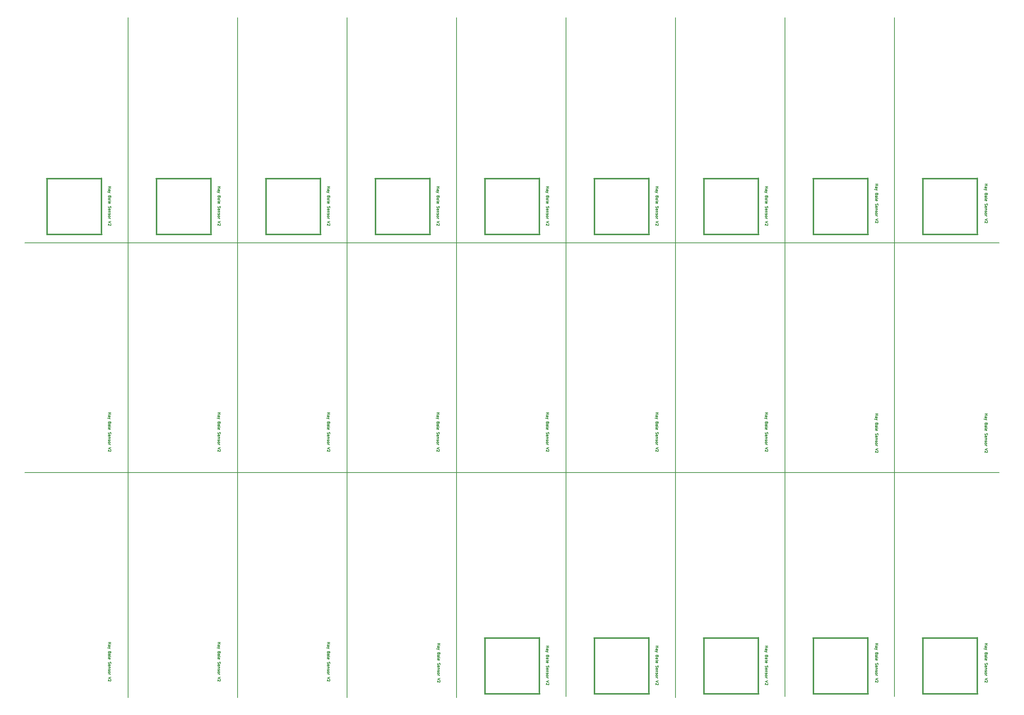
<source format=gto>
G04 #@! TF.FileFunction,Legend,Top*
%FSLAX46Y46*%
G04 Gerber Fmt 4.6, Leading zero omitted, Abs format (unit mm)*
G04 Created by KiCad (PCBNEW 4.0.3-stable) date 08/25/16 15:17:33*
%MOMM*%
%LPD*%
G01*
G04 APERTURE LIST*
%ADD10C,0.100000*%
%ADD11C,0.152400*%
%ADD12C,0.200000*%
%ADD13C,0.304800*%
G04 APERTURE END LIST*
D10*
D11*
X243564229Y-165709601D02*
X244173829Y-165709601D01*
X243883543Y-165709601D02*
X243883543Y-166057944D01*
X243564229Y-166057944D02*
X244173829Y-166057944D01*
X243564229Y-166609487D02*
X243883543Y-166609487D01*
X243941600Y-166580458D01*
X243970629Y-166522401D01*
X243970629Y-166406287D01*
X243941600Y-166348230D01*
X243593257Y-166609487D02*
X243564229Y-166551430D01*
X243564229Y-166406287D01*
X243593257Y-166348230D01*
X243651314Y-166319201D01*
X243709371Y-166319201D01*
X243767429Y-166348230D01*
X243796457Y-166406287D01*
X243796457Y-166551430D01*
X243825486Y-166609487D01*
X243970629Y-166841716D02*
X243564229Y-166986859D01*
X243970629Y-167132001D02*
X243564229Y-166986859D01*
X243419086Y-166928801D01*
X243390057Y-166899773D01*
X243361029Y-166841716D01*
X243883543Y-168031887D02*
X243854514Y-168118973D01*
X243825486Y-168148001D01*
X243767429Y-168177030D01*
X243680343Y-168177030D01*
X243622286Y-168148001D01*
X243593257Y-168118973D01*
X243564229Y-168060915D01*
X243564229Y-167828687D01*
X244173829Y-167828687D01*
X244173829Y-168031887D01*
X244144800Y-168089944D01*
X244115771Y-168118973D01*
X244057714Y-168148001D01*
X243999657Y-168148001D01*
X243941600Y-168118973D01*
X243912571Y-168089944D01*
X243883543Y-168031887D01*
X243883543Y-167828687D01*
X243564229Y-168699544D02*
X243883543Y-168699544D01*
X243941600Y-168670515D01*
X243970629Y-168612458D01*
X243970629Y-168496344D01*
X243941600Y-168438287D01*
X243593257Y-168699544D02*
X243564229Y-168641487D01*
X243564229Y-168496344D01*
X243593257Y-168438287D01*
X243651314Y-168409258D01*
X243709371Y-168409258D01*
X243767429Y-168438287D01*
X243796457Y-168496344D01*
X243796457Y-168641487D01*
X243825486Y-168699544D01*
X243564229Y-169076916D02*
X243593257Y-169018858D01*
X243651314Y-168989830D01*
X244173829Y-168989830D01*
X243593257Y-169541372D02*
X243564229Y-169483315D01*
X243564229Y-169367201D01*
X243593257Y-169309144D01*
X243651314Y-169280115D01*
X243883543Y-169280115D01*
X243941600Y-169309144D01*
X243970629Y-169367201D01*
X243970629Y-169483315D01*
X243941600Y-169541372D01*
X243883543Y-169570401D01*
X243825486Y-169570401D01*
X243767429Y-169280115D01*
X243593257Y-170267086D02*
X243564229Y-170354172D01*
X243564229Y-170499315D01*
X243593257Y-170557372D01*
X243622286Y-170586401D01*
X243680343Y-170615429D01*
X243738400Y-170615429D01*
X243796457Y-170586401D01*
X243825486Y-170557372D01*
X243854514Y-170499315D01*
X243883543Y-170383201D01*
X243912571Y-170325143D01*
X243941600Y-170296115D01*
X243999657Y-170267086D01*
X244057714Y-170267086D01*
X244115771Y-170296115D01*
X244144800Y-170325143D01*
X244173829Y-170383201D01*
X244173829Y-170528343D01*
X244144800Y-170615429D01*
X243593257Y-171108914D02*
X243564229Y-171050857D01*
X243564229Y-170934743D01*
X243593257Y-170876686D01*
X243651314Y-170847657D01*
X243883543Y-170847657D01*
X243941600Y-170876686D01*
X243970629Y-170934743D01*
X243970629Y-171050857D01*
X243941600Y-171108914D01*
X243883543Y-171137943D01*
X243825486Y-171137943D01*
X243767429Y-170847657D01*
X243970629Y-171399200D02*
X243564229Y-171399200D01*
X243912571Y-171399200D02*
X243941600Y-171428228D01*
X243970629Y-171486286D01*
X243970629Y-171573371D01*
X243941600Y-171631428D01*
X243883543Y-171660457D01*
X243564229Y-171660457D01*
X243593257Y-171921714D02*
X243564229Y-171979771D01*
X243564229Y-172095886D01*
X243593257Y-172153943D01*
X243651314Y-172182971D01*
X243680343Y-172182971D01*
X243738400Y-172153943D01*
X243767429Y-172095886D01*
X243767429Y-172008800D01*
X243796457Y-171950743D01*
X243854514Y-171921714D01*
X243883543Y-171921714D01*
X243941600Y-171950743D01*
X243970629Y-172008800D01*
X243970629Y-172095886D01*
X243941600Y-172153943D01*
X243564229Y-172531315D02*
X243593257Y-172473257D01*
X243622286Y-172444229D01*
X243680343Y-172415200D01*
X243854514Y-172415200D01*
X243912571Y-172444229D01*
X243941600Y-172473257D01*
X243970629Y-172531315D01*
X243970629Y-172618400D01*
X243941600Y-172676457D01*
X243912571Y-172705486D01*
X243854514Y-172734515D01*
X243680343Y-172734515D01*
X243622286Y-172705486D01*
X243593257Y-172676457D01*
X243564229Y-172618400D01*
X243564229Y-172531315D01*
X243564229Y-172995772D02*
X243970629Y-172995772D01*
X243854514Y-172995772D02*
X243912571Y-173024800D01*
X243941600Y-173053829D01*
X243970629Y-173111886D01*
X243970629Y-173169943D01*
X244173829Y-173750514D02*
X243564229Y-173953714D01*
X244173829Y-174156914D01*
X244115771Y-174331085D02*
X244144800Y-174360114D01*
X244173829Y-174418171D01*
X244173829Y-174563314D01*
X244144800Y-174621371D01*
X244115771Y-174650400D01*
X244057714Y-174679428D01*
X243999657Y-174679428D01*
X243912571Y-174650400D01*
X243564229Y-174302057D01*
X243564229Y-174679428D01*
X218164229Y-165709601D02*
X218773829Y-165709601D01*
X218483543Y-165709601D02*
X218483543Y-166057944D01*
X218164229Y-166057944D02*
X218773829Y-166057944D01*
X218164229Y-166609487D02*
X218483543Y-166609487D01*
X218541600Y-166580458D01*
X218570629Y-166522401D01*
X218570629Y-166406287D01*
X218541600Y-166348230D01*
X218193257Y-166609487D02*
X218164229Y-166551430D01*
X218164229Y-166406287D01*
X218193257Y-166348230D01*
X218251314Y-166319201D01*
X218309371Y-166319201D01*
X218367429Y-166348230D01*
X218396457Y-166406287D01*
X218396457Y-166551430D01*
X218425486Y-166609487D01*
X218570629Y-166841716D02*
X218164229Y-166986859D01*
X218570629Y-167132001D02*
X218164229Y-166986859D01*
X218019086Y-166928801D01*
X217990057Y-166899773D01*
X217961029Y-166841716D01*
X218483543Y-168031887D02*
X218454514Y-168118973D01*
X218425486Y-168148001D01*
X218367429Y-168177030D01*
X218280343Y-168177030D01*
X218222286Y-168148001D01*
X218193257Y-168118973D01*
X218164229Y-168060915D01*
X218164229Y-167828687D01*
X218773829Y-167828687D01*
X218773829Y-168031887D01*
X218744800Y-168089944D01*
X218715771Y-168118973D01*
X218657714Y-168148001D01*
X218599657Y-168148001D01*
X218541600Y-168118973D01*
X218512571Y-168089944D01*
X218483543Y-168031887D01*
X218483543Y-167828687D01*
X218164229Y-168699544D02*
X218483543Y-168699544D01*
X218541600Y-168670515D01*
X218570629Y-168612458D01*
X218570629Y-168496344D01*
X218541600Y-168438287D01*
X218193257Y-168699544D02*
X218164229Y-168641487D01*
X218164229Y-168496344D01*
X218193257Y-168438287D01*
X218251314Y-168409258D01*
X218309371Y-168409258D01*
X218367429Y-168438287D01*
X218396457Y-168496344D01*
X218396457Y-168641487D01*
X218425486Y-168699544D01*
X218164229Y-169076916D02*
X218193257Y-169018858D01*
X218251314Y-168989830D01*
X218773829Y-168989830D01*
X218193257Y-169541372D02*
X218164229Y-169483315D01*
X218164229Y-169367201D01*
X218193257Y-169309144D01*
X218251314Y-169280115D01*
X218483543Y-169280115D01*
X218541600Y-169309144D01*
X218570629Y-169367201D01*
X218570629Y-169483315D01*
X218541600Y-169541372D01*
X218483543Y-169570401D01*
X218425486Y-169570401D01*
X218367429Y-169280115D01*
X218193257Y-170267086D02*
X218164229Y-170354172D01*
X218164229Y-170499315D01*
X218193257Y-170557372D01*
X218222286Y-170586401D01*
X218280343Y-170615429D01*
X218338400Y-170615429D01*
X218396457Y-170586401D01*
X218425486Y-170557372D01*
X218454514Y-170499315D01*
X218483543Y-170383201D01*
X218512571Y-170325143D01*
X218541600Y-170296115D01*
X218599657Y-170267086D01*
X218657714Y-170267086D01*
X218715771Y-170296115D01*
X218744800Y-170325143D01*
X218773829Y-170383201D01*
X218773829Y-170528343D01*
X218744800Y-170615429D01*
X218193257Y-171108914D02*
X218164229Y-171050857D01*
X218164229Y-170934743D01*
X218193257Y-170876686D01*
X218251314Y-170847657D01*
X218483543Y-170847657D01*
X218541600Y-170876686D01*
X218570629Y-170934743D01*
X218570629Y-171050857D01*
X218541600Y-171108914D01*
X218483543Y-171137943D01*
X218425486Y-171137943D01*
X218367429Y-170847657D01*
X218570629Y-171399200D02*
X218164229Y-171399200D01*
X218512571Y-171399200D02*
X218541600Y-171428228D01*
X218570629Y-171486286D01*
X218570629Y-171573371D01*
X218541600Y-171631428D01*
X218483543Y-171660457D01*
X218164229Y-171660457D01*
X218193257Y-171921714D02*
X218164229Y-171979771D01*
X218164229Y-172095886D01*
X218193257Y-172153943D01*
X218251314Y-172182971D01*
X218280343Y-172182971D01*
X218338400Y-172153943D01*
X218367429Y-172095886D01*
X218367429Y-172008800D01*
X218396457Y-171950743D01*
X218454514Y-171921714D01*
X218483543Y-171921714D01*
X218541600Y-171950743D01*
X218570629Y-172008800D01*
X218570629Y-172095886D01*
X218541600Y-172153943D01*
X218164229Y-172531315D02*
X218193257Y-172473257D01*
X218222286Y-172444229D01*
X218280343Y-172415200D01*
X218454514Y-172415200D01*
X218512571Y-172444229D01*
X218541600Y-172473257D01*
X218570629Y-172531315D01*
X218570629Y-172618400D01*
X218541600Y-172676457D01*
X218512571Y-172705486D01*
X218454514Y-172734515D01*
X218280343Y-172734515D01*
X218222286Y-172705486D01*
X218193257Y-172676457D01*
X218164229Y-172618400D01*
X218164229Y-172531315D01*
X218164229Y-172995772D02*
X218570629Y-172995772D01*
X218454514Y-172995772D02*
X218512571Y-173024800D01*
X218541600Y-173053829D01*
X218570629Y-173111886D01*
X218570629Y-173169943D01*
X218773829Y-173750514D02*
X218164229Y-173953714D01*
X218773829Y-174156914D01*
X218715771Y-174331085D02*
X218744800Y-174360114D01*
X218773829Y-174418171D01*
X218773829Y-174563314D01*
X218744800Y-174621371D01*
X218715771Y-174650400D01*
X218657714Y-174679428D01*
X218599657Y-174679428D01*
X218512571Y-174650400D01*
X218164229Y-174302057D01*
X218164229Y-174679428D01*
X116564229Y-165709601D02*
X117173829Y-165709601D01*
X116883543Y-165709601D02*
X116883543Y-166057944D01*
X116564229Y-166057944D02*
X117173829Y-166057944D01*
X116564229Y-166609487D02*
X116883543Y-166609487D01*
X116941600Y-166580458D01*
X116970629Y-166522401D01*
X116970629Y-166406287D01*
X116941600Y-166348230D01*
X116593257Y-166609487D02*
X116564229Y-166551430D01*
X116564229Y-166406287D01*
X116593257Y-166348230D01*
X116651314Y-166319201D01*
X116709371Y-166319201D01*
X116767429Y-166348230D01*
X116796457Y-166406287D01*
X116796457Y-166551430D01*
X116825486Y-166609487D01*
X116970629Y-166841716D02*
X116564229Y-166986859D01*
X116970629Y-167132001D02*
X116564229Y-166986859D01*
X116419086Y-166928801D01*
X116390057Y-166899773D01*
X116361029Y-166841716D01*
X116883543Y-168031887D02*
X116854514Y-168118973D01*
X116825486Y-168148001D01*
X116767429Y-168177030D01*
X116680343Y-168177030D01*
X116622286Y-168148001D01*
X116593257Y-168118973D01*
X116564229Y-168060915D01*
X116564229Y-167828687D01*
X117173829Y-167828687D01*
X117173829Y-168031887D01*
X117144800Y-168089944D01*
X117115771Y-168118973D01*
X117057714Y-168148001D01*
X116999657Y-168148001D01*
X116941600Y-168118973D01*
X116912571Y-168089944D01*
X116883543Y-168031887D01*
X116883543Y-167828687D01*
X116564229Y-168699544D02*
X116883543Y-168699544D01*
X116941600Y-168670515D01*
X116970629Y-168612458D01*
X116970629Y-168496344D01*
X116941600Y-168438287D01*
X116593257Y-168699544D02*
X116564229Y-168641487D01*
X116564229Y-168496344D01*
X116593257Y-168438287D01*
X116651314Y-168409258D01*
X116709371Y-168409258D01*
X116767429Y-168438287D01*
X116796457Y-168496344D01*
X116796457Y-168641487D01*
X116825486Y-168699544D01*
X116564229Y-169076916D02*
X116593257Y-169018858D01*
X116651314Y-168989830D01*
X117173829Y-168989830D01*
X116593257Y-169541372D02*
X116564229Y-169483315D01*
X116564229Y-169367201D01*
X116593257Y-169309144D01*
X116651314Y-169280115D01*
X116883543Y-169280115D01*
X116941600Y-169309144D01*
X116970629Y-169367201D01*
X116970629Y-169483315D01*
X116941600Y-169541372D01*
X116883543Y-169570401D01*
X116825486Y-169570401D01*
X116767429Y-169280115D01*
X116593257Y-170267086D02*
X116564229Y-170354172D01*
X116564229Y-170499315D01*
X116593257Y-170557372D01*
X116622286Y-170586401D01*
X116680343Y-170615429D01*
X116738400Y-170615429D01*
X116796457Y-170586401D01*
X116825486Y-170557372D01*
X116854514Y-170499315D01*
X116883543Y-170383201D01*
X116912571Y-170325143D01*
X116941600Y-170296115D01*
X116999657Y-170267086D01*
X117057714Y-170267086D01*
X117115771Y-170296115D01*
X117144800Y-170325143D01*
X117173829Y-170383201D01*
X117173829Y-170528343D01*
X117144800Y-170615429D01*
X116593257Y-171108914D02*
X116564229Y-171050857D01*
X116564229Y-170934743D01*
X116593257Y-170876686D01*
X116651314Y-170847657D01*
X116883543Y-170847657D01*
X116941600Y-170876686D01*
X116970629Y-170934743D01*
X116970629Y-171050857D01*
X116941600Y-171108914D01*
X116883543Y-171137943D01*
X116825486Y-171137943D01*
X116767429Y-170847657D01*
X116970629Y-171399200D02*
X116564229Y-171399200D01*
X116912571Y-171399200D02*
X116941600Y-171428228D01*
X116970629Y-171486286D01*
X116970629Y-171573371D01*
X116941600Y-171631428D01*
X116883543Y-171660457D01*
X116564229Y-171660457D01*
X116593257Y-171921714D02*
X116564229Y-171979771D01*
X116564229Y-172095886D01*
X116593257Y-172153943D01*
X116651314Y-172182971D01*
X116680343Y-172182971D01*
X116738400Y-172153943D01*
X116767429Y-172095886D01*
X116767429Y-172008800D01*
X116796457Y-171950743D01*
X116854514Y-171921714D01*
X116883543Y-171921714D01*
X116941600Y-171950743D01*
X116970629Y-172008800D01*
X116970629Y-172095886D01*
X116941600Y-172153943D01*
X116564229Y-172531315D02*
X116593257Y-172473257D01*
X116622286Y-172444229D01*
X116680343Y-172415200D01*
X116854514Y-172415200D01*
X116912571Y-172444229D01*
X116941600Y-172473257D01*
X116970629Y-172531315D01*
X116970629Y-172618400D01*
X116941600Y-172676457D01*
X116912571Y-172705486D01*
X116854514Y-172734515D01*
X116680343Y-172734515D01*
X116622286Y-172705486D01*
X116593257Y-172676457D01*
X116564229Y-172618400D01*
X116564229Y-172531315D01*
X116564229Y-172995772D02*
X116970629Y-172995772D01*
X116854514Y-172995772D02*
X116912571Y-173024800D01*
X116941600Y-173053829D01*
X116970629Y-173111886D01*
X116970629Y-173169943D01*
X117173829Y-173750514D02*
X116564229Y-173953714D01*
X117173829Y-174156914D01*
X117115771Y-174331085D02*
X117144800Y-174360114D01*
X117173829Y-174418171D01*
X117173829Y-174563314D01*
X117144800Y-174621371D01*
X117115771Y-174650400D01*
X117057714Y-174679428D01*
X116999657Y-174679428D01*
X116912571Y-174650400D01*
X116564229Y-174302057D01*
X116564229Y-174679428D01*
X243564229Y-112369601D02*
X244173829Y-112369601D01*
X243883543Y-112369601D02*
X243883543Y-112717944D01*
X243564229Y-112717944D02*
X244173829Y-112717944D01*
X243564229Y-113269487D02*
X243883543Y-113269487D01*
X243941600Y-113240458D01*
X243970629Y-113182401D01*
X243970629Y-113066287D01*
X243941600Y-113008230D01*
X243593257Y-113269487D02*
X243564229Y-113211430D01*
X243564229Y-113066287D01*
X243593257Y-113008230D01*
X243651314Y-112979201D01*
X243709371Y-112979201D01*
X243767429Y-113008230D01*
X243796457Y-113066287D01*
X243796457Y-113211430D01*
X243825486Y-113269487D01*
X243970629Y-113501716D02*
X243564229Y-113646859D01*
X243970629Y-113792001D02*
X243564229Y-113646859D01*
X243419086Y-113588801D01*
X243390057Y-113559773D01*
X243361029Y-113501716D01*
X243883543Y-114691887D02*
X243854514Y-114778973D01*
X243825486Y-114808001D01*
X243767429Y-114837030D01*
X243680343Y-114837030D01*
X243622286Y-114808001D01*
X243593257Y-114778973D01*
X243564229Y-114720915D01*
X243564229Y-114488687D01*
X244173829Y-114488687D01*
X244173829Y-114691887D01*
X244144800Y-114749944D01*
X244115771Y-114778973D01*
X244057714Y-114808001D01*
X243999657Y-114808001D01*
X243941600Y-114778973D01*
X243912571Y-114749944D01*
X243883543Y-114691887D01*
X243883543Y-114488687D01*
X243564229Y-115359544D02*
X243883543Y-115359544D01*
X243941600Y-115330515D01*
X243970629Y-115272458D01*
X243970629Y-115156344D01*
X243941600Y-115098287D01*
X243593257Y-115359544D02*
X243564229Y-115301487D01*
X243564229Y-115156344D01*
X243593257Y-115098287D01*
X243651314Y-115069258D01*
X243709371Y-115069258D01*
X243767429Y-115098287D01*
X243796457Y-115156344D01*
X243796457Y-115301487D01*
X243825486Y-115359544D01*
X243564229Y-115736916D02*
X243593257Y-115678858D01*
X243651314Y-115649830D01*
X244173829Y-115649830D01*
X243593257Y-116201372D02*
X243564229Y-116143315D01*
X243564229Y-116027201D01*
X243593257Y-115969144D01*
X243651314Y-115940115D01*
X243883543Y-115940115D01*
X243941600Y-115969144D01*
X243970629Y-116027201D01*
X243970629Y-116143315D01*
X243941600Y-116201372D01*
X243883543Y-116230401D01*
X243825486Y-116230401D01*
X243767429Y-115940115D01*
X243593257Y-116927086D02*
X243564229Y-117014172D01*
X243564229Y-117159315D01*
X243593257Y-117217372D01*
X243622286Y-117246401D01*
X243680343Y-117275429D01*
X243738400Y-117275429D01*
X243796457Y-117246401D01*
X243825486Y-117217372D01*
X243854514Y-117159315D01*
X243883543Y-117043201D01*
X243912571Y-116985143D01*
X243941600Y-116956115D01*
X243999657Y-116927086D01*
X244057714Y-116927086D01*
X244115771Y-116956115D01*
X244144800Y-116985143D01*
X244173829Y-117043201D01*
X244173829Y-117188343D01*
X244144800Y-117275429D01*
X243593257Y-117768914D02*
X243564229Y-117710857D01*
X243564229Y-117594743D01*
X243593257Y-117536686D01*
X243651314Y-117507657D01*
X243883543Y-117507657D01*
X243941600Y-117536686D01*
X243970629Y-117594743D01*
X243970629Y-117710857D01*
X243941600Y-117768914D01*
X243883543Y-117797943D01*
X243825486Y-117797943D01*
X243767429Y-117507657D01*
X243970629Y-118059200D02*
X243564229Y-118059200D01*
X243912571Y-118059200D02*
X243941600Y-118088228D01*
X243970629Y-118146286D01*
X243970629Y-118233371D01*
X243941600Y-118291428D01*
X243883543Y-118320457D01*
X243564229Y-118320457D01*
X243593257Y-118581714D02*
X243564229Y-118639771D01*
X243564229Y-118755886D01*
X243593257Y-118813943D01*
X243651314Y-118842971D01*
X243680343Y-118842971D01*
X243738400Y-118813943D01*
X243767429Y-118755886D01*
X243767429Y-118668800D01*
X243796457Y-118610743D01*
X243854514Y-118581714D01*
X243883543Y-118581714D01*
X243941600Y-118610743D01*
X243970629Y-118668800D01*
X243970629Y-118755886D01*
X243941600Y-118813943D01*
X243564229Y-119191315D02*
X243593257Y-119133257D01*
X243622286Y-119104229D01*
X243680343Y-119075200D01*
X243854514Y-119075200D01*
X243912571Y-119104229D01*
X243941600Y-119133257D01*
X243970629Y-119191315D01*
X243970629Y-119278400D01*
X243941600Y-119336457D01*
X243912571Y-119365486D01*
X243854514Y-119394515D01*
X243680343Y-119394515D01*
X243622286Y-119365486D01*
X243593257Y-119336457D01*
X243564229Y-119278400D01*
X243564229Y-119191315D01*
X243564229Y-119655772D02*
X243970629Y-119655772D01*
X243854514Y-119655772D02*
X243912571Y-119684800D01*
X243941600Y-119713829D01*
X243970629Y-119771886D01*
X243970629Y-119829943D01*
X244173829Y-120410514D02*
X243564229Y-120613714D01*
X244173829Y-120816914D01*
X244115771Y-120991085D02*
X244144800Y-121020114D01*
X244173829Y-121078171D01*
X244173829Y-121223314D01*
X244144800Y-121281371D01*
X244115771Y-121310400D01*
X244057714Y-121339428D01*
X243999657Y-121339428D01*
X243912571Y-121310400D01*
X243564229Y-120962057D01*
X243564229Y-121339428D01*
X218164229Y-112369601D02*
X218773829Y-112369601D01*
X218483543Y-112369601D02*
X218483543Y-112717944D01*
X218164229Y-112717944D02*
X218773829Y-112717944D01*
X218164229Y-113269487D02*
X218483543Y-113269487D01*
X218541600Y-113240458D01*
X218570629Y-113182401D01*
X218570629Y-113066287D01*
X218541600Y-113008230D01*
X218193257Y-113269487D02*
X218164229Y-113211430D01*
X218164229Y-113066287D01*
X218193257Y-113008230D01*
X218251314Y-112979201D01*
X218309371Y-112979201D01*
X218367429Y-113008230D01*
X218396457Y-113066287D01*
X218396457Y-113211430D01*
X218425486Y-113269487D01*
X218570629Y-113501716D02*
X218164229Y-113646859D01*
X218570629Y-113792001D02*
X218164229Y-113646859D01*
X218019086Y-113588801D01*
X217990057Y-113559773D01*
X217961029Y-113501716D01*
X218483543Y-114691887D02*
X218454514Y-114778973D01*
X218425486Y-114808001D01*
X218367429Y-114837030D01*
X218280343Y-114837030D01*
X218222286Y-114808001D01*
X218193257Y-114778973D01*
X218164229Y-114720915D01*
X218164229Y-114488687D01*
X218773829Y-114488687D01*
X218773829Y-114691887D01*
X218744800Y-114749944D01*
X218715771Y-114778973D01*
X218657714Y-114808001D01*
X218599657Y-114808001D01*
X218541600Y-114778973D01*
X218512571Y-114749944D01*
X218483543Y-114691887D01*
X218483543Y-114488687D01*
X218164229Y-115359544D02*
X218483543Y-115359544D01*
X218541600Y-115330515D01*
X218570629Y-115272458D01*
X218570629Y-115156344D01*
X218541600Y-115098287D01*
X218193257Y-115359544D02*
X218164229Y-115301487D01*
X218164229Y-115156344D01*
X218193257Y-115098287D01*
X218251314Y-115069258D01*
X218309371Y-115069258D01*
X218367429Y-115098287D01*
X218396457Y-115156344D01*
X218396457Y-115301487D01*
X218425486Y-115359544D01*
X218164229Y-115736916D02*
X218193257Y-115678858D01*
X218251314Y-115649830D01*
X218773829Y-115649830D01*
X218193257Y-116201372D02*
X218164229Y-116143315D01*
X218164229Y-116027201D01*
X218193257Y-115969144D01*
X218251314Y-115940115D01*
X218483543Y-115940115D01*
X218541600Y-115969144D01*
X218570629Y-116027201D01*
X218570629Y-116143315D01*
X218541600Y-116201372D01*
X218483543Y-116230401D01*
X218425486Y-116230401D01*
X218367429Y-115940115D01*
X218193257Y-116927086D02*
X218164229Y-117014172D01*
X218164229Y-117159315D01*
X218193257Y-117217372D01*
X218222286Y-117246401D01*
X218280343Y-117275429D01*
X218338400Y-117275429D01*
X218396457Y-117246401D01*
X218425486Y-117217372D01*
X218454514Y-117159315D01*
X218483543Y-117043201D01*
X218512571Y-116985143D01*
X218541600Y-116956115D01*
X218599657Y-116927086D01*
X218657714Y-116927086D01*
X218715771Y-116956115D01*
X218744800Y-116985143D01*
X218773829Y-117043201D01*
X218773829Y-117188343D01*
X218744800Y-117275429D01*
X218193257Y-117768914D02*
X218164229Y-117710857D01*
X218164229Y-117594743D01*
X218193257Y-117536686D01*
X218251314Y-117507657D01*
X218483543Y-117507657D01*
X218541600Y-117536686D01*
X218570629Y-117594743D01*
X218570629Y-117710857D01*
X218541600Y-117768914D01*
X218483543Y-117797943D01*
X218425486Y-117797943D01*
X218367429Y-117507657D01*
X218570629Y-118059200D02*
X218164229Y-118059200D01*
X218512571Y-118059200D02*
X218541600Y-118088228D01*
X218570629Y-118146286D01*
X218570629Y-118233371D01*
X218541600Y-118291428D01*
X218483543Y-118320457D01*
X218164229Y-118320457D01*
X218193257Y-118581714D02*
X218164229Y-118639771D01*
X218164229Y-118755886D01*
X218193257Y-118813943D01*
X218251314Y-118842971D01*
X218280343Y-118842971D01*
X218338400Y-118813943D01*
X218367429Y-118755886D01*
X218367429Y-118668800D01*
X218396457Y-118610743D01*
X218454514Y-118581714D01*
X218483543Y-118581714D01*
X218541600Y-118610743D01*
X218570629Y-118668800D01*
X218570629Y-118755886D01*
X218541600Y-118813943D01*
X218164229Y-119191315D02*
X218193257Y-119133257D01*
X218222286Y-119104229D01*
X218280343Y-119075200D01*
X218454514Y-119075200D01*
X218512571Y-119104229D01*
X218541600Y-119133257D01*
X218570629Y-119191315D01*
X218570629Y-119278400D01*
X218541600Y-119336457D01*
X218512571Y-119365486D01*
X218454514Y-119394515D01*
X218280343Y-119394515D01*
X218222286Y-119365486D01*
X218193257Y-119336457D01*
X218164229Y-119278400D01*
X218164229Y-119191315D01*
X218164229Y-119655772D02*
X218570629Y-119655772D01*
X218454514Y-119655772D02*
X218512571Y-119684800D01*
X218541600Y-119713829D01*
X218570629Y-119771886D01*
X218570629Y-119829943D01*
X218773829Y-120410514D02*
X218164229Y-120613714D01*
X218773829Y-120816914D01*
X218715771Y-120991085D02*
X218744800Y-121020114D01*
X218773829Y-121078171D01*
X218773829Y-121223314D01*
X218744800Y-121281371D01*
X218715771Y-121310400D01*
X218657714Y-121339428D01*
X218599657Y-121339428D01*
X218512571Y-121310400D01*
X218164229Y-120962057D01*
X218164229Y-121339428D01*
X243564229Y-59029601D02*
X244173829Y-59029601D01*
X243883543Y-59029601D02*
X243883543Y-59377944D01*
X243564229Y-59377944D02*
X244173829Y-59377944D01*
X243564229Y-59929487D02*
X243883543Y-59929487D01*
X243941600Y-59900458D01*
X243970629Y-59842401D01*
X243970629Y-59726287D01*
X243941600Y-59668230D01*
X243593257Y-59929487D02*
X243564229Y-59871430D01*
X243564229Y-59726287D01*
X243593257Y-59668230D01*
X243651314Y-59639201D01*
X243709371Y-59639201D01*
X243767429Y-59668230D01*
X243796457Y-59726287D01*
X243796457Y-59871430D01*
X243825486Y-59929487D01*
X243970629Y-60161716D02*
X243564229Y-60306859D01*
X243970629Y-60452001D02*
X243564229Y-60306859D01*
X243419086Y-60248801D01*
X243390057Y-60219773D01*
X243361029Y-60161716D01*
X243883543Y-61351887D02*
X243854514Y-61438973D01*
X243825486Y-61468001D01*
X243767429Y-61497030D01*
X243680343Y-61497030D01*
X243622286Y-61468001D01*
X243593257Y-61438973D01*
X243564229Y-61380915D01*
X243564229Y-61148687D01*
X244173829Y-61148687D01*
X244173829Y-61351887D01*
X244144800Y-61409944D01*
X244115771Y-61438973D01*
X244057714Y-61468001D01*
X243999657Y-61468001D01*
X243941600Y-61438973D01*
X243912571Y-61409944D01*
X243883543Y-61351887D01*
X243883543Y-61148687D01*
X243564229Y-62019544D02*
X243883543Y-62019544D01*
X243941600Y-61990515D01*
X243970629Y-61932458D01*
X243970629Y-61816344D01*
X243941600Y-61758287D01*
X243593257Y-62019544D02*
X243564229Y-61961487D01*
X243564229Y-61816344D01*
X243593257Y-61758287D01*
X243651314Y-61729258D01*
X243709371Y-61729258D01*
X243767429Y-61758287D01*
X243796457Y-61816344D01*
X243796457Y-61961487D01*
X243825486Y-62019544D01*
X243564229Y-62396916D02*
X243593257Y-62338858D01*
X243651314Y-62309830D01*
X244173829Y-62309830D01*
X243593257Y-62861372D02*
X243564229Y-62803315D01*
X243564229Y-62687201D01*
X243593257Y-62629144D01*
X243651314Y-62600115D01*
X243883543Y-62600115D01*
X243941600Y-62629144D01*
X243970629Y-62687201D01*
X243970629Y-62803315D01*
X243941600Y-62861372D01*
X243883543Y-62890401D01*
X243825486Y-62890401D01*
X243767429Y-62600115D01*
X243593257Y-63587086D02*
X243564229Y-63674172D01*
X243564229Y-63819315D01*
X243593257Y-63877372D01*
X243622286Y-63906401D01*
X243680343Y-63935429D01*
X243738400Y-63935429D01*
X243796457Y-63906401D01*
X243825486Y-63877372D01*
X243854514Y-63819315D01*
X243883543Y-63703201D01*
X243912571Y-63645143D01*
X243941600Y-63616115D01*
X243999657Y-63587086D01*
X244057714Y-63587086D01*
X244115771Y-63616115D01*
X244144800Y-63645143D01*
X244173829Y-63703201D01*
X244173829Y-63848343D01*
X244144800Y-63935429D01*
X243593257Y-64428914D02*
X243564229Y-64370857D01*
X243564229Y-64254743D01*
X243593257Y-64196686D01*
X243651314Y-64167657D01*
X243883543Y-64167657D01*
X243941600Y-64196686D01*
X243970629Y-64254743D01*
X243970629Y-64370857D01*
X243941600Y-64428914D01*
X243883543Y-64457943D01*
X243825486Y-64457943D01*
X243767429Y-64167657D01*
X243970629Y-64719200D02*
X243564229Y-64719200D01*
X243912571Y-64719200D02*
X243941600Y-64748228D01*
X243970629Y-64806286D01*
X243970629Y-64893371D01*
X243941600Y-64951428D01*
X243883543Y-64980457D01*
X243564229Y-64980457D01*
X243593257Y-65241714D02*
X243564229Y-65299771D01*
X243564229Y-65415886D01*
X243593257Y-65473943D01*
X243651314Y-65502971D01*
X243680343Y-65502971D01*
X243738400Y-65473943D01*
X243767429Y-65415886D01*
X243767429Y-65328800D01*
X243796457Y-65270743D01*
X243854514Y-65241714D01*
X243883543Y-65241714D01*
X243941600Y-65270743D01*
X243970629Y-65328800D01*
X243970629Y-65415886D01*
X243941600Y-65473943D01*
X243564229Y-65851315D02*
X243593257Y-65793257D01*
X243622286Y-65764229D01*
X243680343Y-65735200D01*
X243854514Y-65735200D01*
X243912571Y-65764229D01*
X243941600Y-65793257D01*
X243970629Y-65851315D01*
X243970629Y-65938400D01*
X243941600Y-65996457D01*
X243912571Y-66025486D01*
X243854514Y-66054515D01*
X243680343Y-66054515D01*
X243622286Y-66025486D01*
X243593257Y-65996457D01*
X243564229Y-65938400D01*
X243564229Y-65851315D01*
X243564229Y-66315772D02*
X243970629Y-66315772D01*
X243854514Y-66315772D02*
X243912571Y-66344800D01*
X243941600Y-66373829D01*
X243970629Y-66431886D01*
X243970629Y-66489943D01*
X244173829Y-67070514D02*
X243564229Y-67273714D01*
X244173829Y-67476914D01*
X244115771Y-67651085D02*
X244144800Y-67680114D01*
X244173829Y-67738171D01*
X244173829Y-67883314D01*
X244144800Y-67941371D01*
X244115771Y-67970400D01*
X244057714Y-67999428D01*
X243999657Y-67999428D01*
X243912571Y-67970400D01*
X243564229Y-67622057D01*
X243564229Y-67999428D01*
X218164229Y-59029601D02*
X218773829Y-59029601D01*
X218483543Y-59029601D02*
X218483543Y-59377944D01*
X218164229Y-59377944D02*
X218773829Y-59377944D01*
X218164229Y-59929487D02*
X218483543Y-59929487D01*
X218541600Y-59900458D01*
X218570629Y-59842401D01*
X218570629Y-59726287D01*
X218541600Y-59668230D01*
X218193257Y-59929487D02*
X218164229Y-59871430D01*
X218164229Y-59726287D01*
X218193257Y-59668230D01*
X218251314Y-59639201D01*
X218309371Y-59639201D01*
X218367429Y-59668230D01*
X218396457Y-59726287D01*
X218396457Y-59871430D01*
X218425486Y-59929487D01*
X218570629Y-60161716D02*
X218164229Y-60306859D01*
X218570629Y-60452001D02*
X218164229Y-60306859D01*
X218019086Y-60248801D01*
X217990057Y-60219773D01*
X217961029Y-60161716D01*
X218483543Y-61351887D02*
X218454514Y-61438973D01*
X218425486Y-61468001D01*
X218367429Y-61497030D01*
X218280343Y-61497030D01*
X218222286Y-61468001D01*
X218193257Y-61438973D01*
X218164229Y-61380915D01*
X218164229Y-61148687D01*
X218773829Y-61148687D01*
X218773829Y-61351887D01*
X218744800Y-61409944D01*
X218715771Y-61438973D01*
X218657714Y-61468001D01*
X218599657Y-61468001D01*
X218541600Y-61438973D01*
X218512571Y-61409944D01*
X218483543Y-61351887D01*
X218483543Y-61148687D01*
X218164229Y-62019544D02*
X218483543Y-62019544D01*
X218541600Y-61990515D01*
X218570629Y-61932458D01*
X218570629Y-61816344D01*
X218541600Y-61758287D01*
X218193257Y-62019544D02*
X218164229Y-61961487D01*
X218164229Y-61816344D01*
X218193257Y-61758287D01*
X218251314Y-61729258D01*
X218309371Y-61729258D01*
X218367429Y-61758287D01*
X218396457Y-61816344D01*
X218396457Y-61961487D01*
X218425486Y-62019544D01*
X218164229Y-62396916D02*
X218193257Y-62338858D01*
X218251314Y-62309830D01*
X218773829Y-62309830D01*
X218193257Y-62861372D02*
X218164229Y-62803315D01*
X218164229Y-62687201D01*
X218193257Y-62629144D01*
X218251314Y-62600115D01*
X218483543Y-62600115D01*
X218541600Y-62629144D01*
X218570629Y-62687201D01*
X218570629Y-62803315D01*
X218541600Y-62861372D01*
X218483543Y-62890401D01*
X218425486Y-62890401D01*
X218367429Y-62600115D01*
X218193257Y-63587086D02*
X218164229Y-63674172D01*
X218164229Y-63819315D01*
X218193257Y-63877372D01*
X218222286Y-63906401D01*
X218280343Y-63935429D01*
X218338400Y-63935429D01*
X218396457Y-63906401D01*
X218425486Y-63877372D01*
X218454514Y-63819315D01*
X218483543Y-63703201D01*
X218512571Y-63645143D01*
X218541600Y-63616115D01*
X218599657Y-63587086D01*
X218657714Y-63587086D01*
X218715771Y-63616115D01*
X218744800Y-63645143D01*
X218773829Y-63703201D01*
X218773829Y-63848343D01*
X218744800Y-63935429D01*
X218193257Y-64428914D02*
X218164229Y-64370857D01*
X218164229Y-64254743D01*
X218193257Y-64196686D01*
X218251314Y-64167657D01*
X218483543Y-64167657D01*
X218541600Y-64196686D01*
X218570629Y-64254743D01*
X218570629Y-64370857D01*
X218541600Y-64428914D01*
X218483543Y-64457943D01*
X218425486Y-64457943D01*
X218367429Y-64167657D01*
X218570629Y-64719200D02*
X218164229Y-64719200D01*
X218512571Y-64719200D02*
X218541600Y-64748228D01*
X218570629Y-64806286D01*
X218570629Y-64893371D01*
X218541600Y-64951428D01*
X218483543Y-64980457D01*
X218164229Y-64980457D01*
X218193257Y-65241714D02*
X218164229Y-65299771D01*
X218164229Y-65415886D01*
X218193257Y-65473943D01*
X218251314Y-65502971D01*
X218280343Y-65502971D01*
X218338400Y-65473943D01*
X218367429Y-65415886D01*
X218367429Y-65328800D01*
X218396457Y-65270743D01*
X218454514Y-65241714D01*
X218483543Y-65241714D01*
X218541600Y-65270743D01*
X218570629Y-65328800D01*
X218570629Y-65415886D01*
X218541600Y-65473943D01*
X218164229Y-65851315D02*
X218193257Y-65793257D01*
X218222286Y-65764229D01*
X218280343Y-65735200D01*
X218454514Y-65735200D01*
X218512571Y-65764229D01*
X218541600Y-65793257D01*
X218570629Y-65851315D01*
X218570629Y-65938400D01*
X218541600Y-65996457D01*
X218512571Y-66025486D01*
X218454514Y-66054515D01*
X218280343Y-66054515D01*
X218222286Y-66025486D01*
X218193257Y-65996457D01*
X218164229Y-65938400D01*
X218164229Y-65851315D01*
X218164229Y-66315772D02*
X218570629Y-66315772D01*
X218454514Y-66315772D02*
X218512571Y-66344800D01*
X218541600Y-66373829D01*
X218570629Y-66431886D01*
X218570629Y-66489943D01*
X218773829Y-67070514D02*
X218164229Y-67273714D01*
X218773829Y-67476914D01*
X218715771Y-67651085D02*
X218744800Y-67680114D01*
X218773829Y-67738171D01*
X218773829Y-67883314D01*
X218744800Y-67941371D01*
X218715771Y-67970400D01*
X218657714Y-67999428D01*
X218599657Y-67999428D01*
X218512571Y-67970400D01*
X218164229Y-67622057D01*
X218164229Y-67999428D01*
D12*
X20828000Y-125984000D02*
X246888000Y-125984000D01*
X241884200Y-70789800D02*
X241884200Y-70281800D01*
X241858800Y-70789800D02*
X241884200Y-70789800D01*
X241909600Y-70789800D02*
X241858800Y-70789800D01*
X241782600Y-70789800D02*
X241909600Y-70789800D01*
X241782600Y-70332600D02*
X241782600Y-70789800D01*
X229209600Y-70739000D02*
X229209600Y-70383400D01*
X229260400Y-70739000D02*
X229209600Y-70739000D01*
X229108000Y-70739000D02*
X229260400Y-70739000D01*
X229108000Y-70383400D02*
X229108000Y-70739000D01*
X229184200Y-69977000D02*
X229184200Y-70739000D01*
D13*
X241836000Y-57671200D02*
X241836000Y-70371200D01*
X241861400Y-70726800D02*
X229161400Y-70726800D01*
X241836000Y-57722000D02*
X229136000Y-57722000D01*
X229161400Y-57747400D02*
X229161400Y-70447400D01*
X229161400Y-164427400D02*
X229161400Y-177127400D01*
X241836000Y-164402000D02*
X229136000Y-164402000D01*
X241861400Y-177406800D02*
X229161400Y-177406800D01*
X241836000Y-164351200D02*
X241836000Y-177051200D01*
D12*
X229184200Y-176657000D02*
X229184200Y-177419000D01*
X229108000Y-177063400D02*
X229108000Y-177419000D01*
X229108000Y-177419000D02*
X229260400Y-177419000D01*
X229260400Y-177419000D02*
X229209600Y-177419000D01*
X229209600Y-177419000D02*
X229209600Y-177063400D01*
X241782600Y-177012600D02*
X241782600Y-177469800D01*
X241782600Y-177469800D02*
X241909600Y-177469800D01*
X241909600Y-177469800D02*
X241858800Y-177469800D01*
X241858800Y-177469800D02*
X241884200Y-177469800D01*
X241884200Y-177469800D02*
X241884200Y-176961800D01*
D13*
X178361400Y-164427400D02*
X178361400Y-177127400D01*
X191036000Y-164402000D02*
X178336000Y-164402000D01*
X191061400Y-177406800D02*
X178361400Y-177406800D01*
X191036000Y-164351200D02*
X191036000Y-177051200D01*
D11*
X192637229Y-166293801D02*
X193246829Y-166293801D01*
X192956543Y-166293801D02*
X192956543Y-166642144D01*
X192637229Y-166642144D02*
X193246829Y-166642144D01*
X192637229Y-167193687D02*
X192956543Y-167193687D01*
X193014600Y-167164658D01*
X193043629Y-167106601D01*
X193043629Y-166990487D01*
X193014600Y-166932430D01*
X192666257Y-167193687D02*
X192637229Y-167135630D01*
X192637229Y-166990487D01*
X192666257Y-166932430D01*
X192724314Y-166903401D01*
X192782371Y-166903401D01*
X192840429Y-166932430D01*
X192869457Y-166990487D01*
X192869457Y-167135630D01*
X192898486Y-167193687D01*
X193043629Y-167425916D02*
X192637229Y-167571059D01*
X193043629Y-167716201D02*
X192637229Y-167571059D01*
X192492086Y-167513001D01*
X192463057Y-167483973D01*
X192434029Y-167425916D01*
X192956543Y-168616087D02*
X192927514Y-168703173D01*
X192898486Y-168732201D01*
X192840429Y-168761230D01*
X192753343Y-168761230D01*
X192695286Y-168732201D01*
X192666257Y-168703173D01*
X192637229Y-168645115D01*
X192637229Y-168412887D01*
X193246829Y-168412887D01*
X193246829Y-168616087D01*
X193217800Y-168674144D01*
X193188771Y-168703173D01*
X193130714Y-168732201D01*
X193072657Y-168732201D01*
X193014600Y-168703173D01*
X192985571Y-168674144D01*
X192956543Y-168616087D01*
X192956543Y-168412887D01*
X192637229Y-169283744D02*
X192956543Y-169283744D01*
X193014600Y-169254715D01*
X193043629Y-169196658D01*
X193043629Y-169080544D01*
X193014600Y-169022487D01*
X192666257Y-169283744D02*
X192637229Y-169225687D01*
X192637229Y-169080544D01*
X192666257Y-169022487D01*
X192724314Y-168993458D01*
X192782371Y-168993458D01*
X192840429Y-169022487D01*
X192869457Y-169080544D01*
X192869457Y-169225687D01*
X192898486Y-169283744D01*
X192637229Y-169661116D02*
X192666257Y-169603058D01*
X192724314Y-169574030D01*
X193246829Y-169574030D01*
X192666257Y-170125572D02*
X192637229Y-170067515D01*
X192637229Y-169951401D01*
X192666257Y-169893344D01*
X192724314Y-169864315D01*
X192956543Y-169864315D01*
X193014600Y-169893344D01*
X193043629Y-169951401D01*
X193043629Y-170067515D01*
X193014600Y-170125572D01*
X192956543Y-170154601D01*
X192898486Y-170154601D01*
X192840429Y-169864315D01*
X192666257Y-170851286D02*
X192637229Y-170938372D01*
X192637229Y-171083515D01*
X192666257Y-171141572D01*
X192695286Y-171170601D01*
X192753343Y-171199629D01*
X192811400Y-171199629D01*
X192869457Y-171170601D01*
X192898486Y-171141572D01*
X192927514Y-171083515D01*
X192956543Y-170967401D01*
X192985571Y-170909343D01*
X193014600Y-170880315D01*
X193072657Y-170851286D01*
X193130714Y-170851286D01*
X193188771Y-170880315D01*
X193217800Y-170909343D01*
X193246829Y-170967401D01*
X193246829Y-171112543D01*
X193217800Y-171199629D01*
X192666257Y-171693114D02*
X192637229Y-171635057D01*
X192637229Y-171518943D01*
X192666257Y-171460886D01*
X192724314Y-171431857D01*
X192956543Y-171431857D01*
X193014600Y-171460886D01*
X193043629Y-171518943D01*
X193043629Y-171635057D01*
X193014600Y-171693114D01*
X192956543Y-171722143D01*
X192898486Y-171722143D01*
X192840429Y-171431857D01*
X193043629Y-171983400D02*
X192637229Y-171983400D01*
X192985571Y-171983400D02*
X193014600Y-172012428D01*
X193043629Y-172070486D01*
X193043629Y-172157571D01*
X193014600Y-172215628D01*
X192956543Y-172244657D01*
X192637229Y-172244657D01*
X192666257Y-172505914D02*
X192637229Y-172563971D01*
X192637229Y-172680086D01*
X192666257Y-172738143D01*
X192724314Y-172767171D01*
X192753343Y-172767171D01*
X192811400Y-172738143D01*
X192840429Y-172680086D01*
X192840429Y-172593000D01*
X192869457Y-172534943D01*
X192927514Y-172505914D01*
X192956543Y-172505914D01*
X193014600Y-172534943D01*
X193043629Y-172593000D01*
X193043629Y-172680086D01*
X193014600Y-172738143D01*
X192637229Y-173115515D02*
X192666257Y-173057457D01*
X192695286Y-173028429D01*
X192753343Y-172999400D01*
X192927514Y-172999400D01*
X192985571Y-173028429D01*
X193014600Y-173057457D01*
X193043629Y-173115515D01*
X193043629Y-173202600D01*
X193014600Y-173260657D01*
X192985571Y-173289686D01*
X192927514Y-173318715D01*
X192753343Y-173318715D01*
X192695286Y-173289686D01*
X192666257Y-173260657D01*
X192637229Y-173202600D01*
X192637229Y-173115515D01*
X192637229Y-173579972D02*
X193043629Y-173579972D01*
X192927514Y-173579972D02*
X192985571Y-173609000D01*
X193014600Y-173638029D01*
X193043629Y-173696086D01*
X193043629Y-173754143D01*
X193246829Y-174334714D02*
X192637229Y-174537914D01*
X193246829Y-174741114D01*
X193188771Y-174915285D02*
X193217800Y-174944314D01*
X193246829Y-175002371D01*
X193246829Y-175147514D01*
X193217800Y-175205571D01*
X193188771Y-175234600D01*
X193130714Y-175263628D01*
X193072657Y-175263628D01*
X192985571Y-175234600D01*
X192637229Y-174886257D01*
X192637229Y-175263628D01*
D12*
X178384200Y-176657000D02*
X178384200Y-177419000D01*
X178308000Y-177063400D02*
X178308000Y-177419000D01*
X178308000Y-177419000D02*
X178460400Y-177419000D01*
X178460400Y-177419000D02*
X178409600Y-177419000D01*
X178409600Y-177419000D02*
X178409600Y-177063400D01*
X190982600Y-177012600D02*
X190982600Y-177469800D01*
X190982600Y-177469800D02*
X191109600Y-177469800D01*
X191109600Y-177469800D02*
X191058800Y-177469800D01*
X191058800Y-177469800D02*
X191084200Y-177469800D01*
X191084200Y-177469800D02*
X191084200Y-176961800D01*
X216484200Y-177469800D02*
X216484200Y-176961800D01*
X216458800Y-177469800D02*
X216484200Y-177469800D01*
X216509600Y-177469800D02*
X216458800Y-177469800D01*
X216382600Y-177469800D02*
X216509600Y-177469800D01*
X216382600Y-177012600D02*
X216382600Y-177469800D01*
X203809600Y-177419000D02*
X203809600Y-177063400D01*
X203860400Y-177419000D02*
X203809600Y-177419000D01*
X203708000Y-177419000D02*
X203860400Y-177419000D01*
X203708000Y-177063400D02*
X203708000Y-177419000D01*
X203784200Y-176657000D02*
X203784200Y-177419000D01*
D13*
X216436000Y-164351200D02*
X216436000Y-177051200D01*
X216461400Y-177406800D02*
X203761400Y-177406800D01*
X216436000Y-164402000D02*
X203736000Y-164402000D01*
X203761400Y-164427400D02*
X203761400Y-177127400D01*
X152961400Y-164427400D02*
X152961400Y-177127400D01*
X165636000Y-164402000D02*
X152936000Y-164402000D01*
X165661400Y-177406800D02*
X152961400Y-177406800D01*
X165636000Y-164351200D02*
X165636000Y-177051200D01*
D11*
X167237229Y-166293801D02*
X167846829Y-166293801D01*
X167556543Y-166293801D02*
X167556543Y-166642144D01*
X167237229Y-166642144D02*
X167846829Y-166642144D01*
X167237229Y-167193687D02*
X167556543Y-167193687D01*
X167614600Y-167164658D01*
X167643629Y-167106601D01*
X167643629Y-166990487D01*
X167614600Y-166932430D01*
X167266257Y-167193687D02*
X167237229Y-167135630D01*
X167237229Y-166990487D01*
X167266257Y-166932430D01*
X167324314Y-166903401D01*
X167382371Y-166903401D01*
X167440429Y-166932430D01*
X167469457Y-166990487D01*
X167469457Y-167135630D01*
X167498486Y-167193687D01*
X167643629Y-167425916D02*
X167237229Y-167571059D01*
X167643629Y-167716201D02*
X167237229Y-167571059D01*
X167092086Y-167513001D01*
X167063057Y-167483973D01*
X167034029Y-167425916D01*
X167556543Y-168616087D02*
X167527514Y-168703173D01*
X167498486Y-168732201D01*
X167440429Y-168761230D01*
X167353343Y-168761230D01*
X167295286Y-168732201D01*
X167266257Y-168703173D01*
X167237229Y-168645115D01*
X167237229Y-168412887D01*
X167846829Y-168412887D01*
X167846829Y-168616087D01*
X167817800Y-168674144D01*
X167788771Y-168703173D01*
X167730714Y-168732201D01*
X167672657Y-168732201D01*
X167614600Y-168703173D01*
X167585571Y-168674144D01*
X167556543Y-168616087D01*
X167556543Y-168412887D01*
X167237229Y-169283744D02*
X167556543Y-169283744D01*
X167614600Y-169254715D01*
X167643629Y-169196658D01*
X167643629Y-169080544D01*
X167614600Y-169022487D01*
X167266257Y-169283744D02*
X167237229Y-169225687D01*
X167237229Y-169080544D01*
X167266257Y-169022487D01*
X167324314Y-168993458D01*
X167382371Y-168993458D01*
X167440429Y-169022487D01*
X167469457Y-169080544D01*
X167469457Y-169225687D01*
X167498486Y-169283744D01*
X167237229Y-169661116D02*
X167266257Y-169603058D01*
X167324314Y-169574030D01*
X167846829Y-169574030D01*
X167266257Y-170125572D02*
X167237229Y-170067515D01*
X167237229Y-169951401D01*
X167266257Y-169893344D01*
X167324314Y-169864315D01*
X167556543Y-169864315D01*
X167614600Y-169893344D01*
X167643629Y-169951401D01*
X167643629Y-170067515D01*
X167614600Y-170125572D01*
X167556543Y-170154601D01*
X167498486Y-170154601D01*
X167440429Y-169864315D01*
X167266257Y-170851286D02*
X167237229Y-170938372D01*
X167237229Y-171083515D01*
X167266257Y-171141572D01*
X167295286Y-171170601D01*
X167353343Y-171199629D01*
X167411400Y-171199629D01*
X167469457Y-171170601D01*
X167498486Y-171141572D01*
X167527514Y-171083515D01*
X167556543Y-170967401D01*
X167585571Y-170909343D01*
X167614600Y-170880315D01*
X167672657Y-170851286D01*
X167730714Y-170851286D01*
X167788771Y-170880315D01*
X167817800Y-170909343D01*
X167846829Y-170967401D01*
X167846829Y-171112543D01*
X167817800Y-171199629D01*
X167266257Y-171693114D02*
X167237229Y-171635057D01*
X167237229Y-171518943D01*
X167266257Y-171460886D01*
X167324314Y-171431857D01*
X167556543Y-171431857D01*
X167614600Y-171460886D01*
X167643629Y-171518943D01*
X167643629Y-171635057D01*
X167614600Y-171693114D01*
X167556543Y-171722143D01*
X167498486Y-171722143D01*
X167440429Y-171431857D01*
X167643629Y-171983400D02*
X167237229Y-171983400D01*
X167585571Y-171983400D02*
X167614600Y-172012428D01*
X167643629Y-172070486D01*
X167643629Y-172157571D01*
X167614600Y-172215628D01*
X167556543Y-172244657D01*
X167237229Y-172244657D01*
X167266257Y-172505914D02*
X167237229Y-172563971D01*
X167237229Y-172680086D01*
X167266257Y-172738143D01*
X167324314Y-172767171D01*
X167353343Y-172767171D01*
X167411400Y-172738143D01*
X167440429Y-172680086D01*
X167440429Y-172593000D01*
X167469457Y-172534943D01*
X167527514Y-172505914D01*
X167556543Y-172505914D01*
X167614600Y-172534943D01*
X167643629Y-172593000D01*
X167643629Y-172680086D01*
X167614600Y-172738143D01*
X167237229Y-173115515D02*
X167266257Y-173057457D01*
X167295286Y-173028429D01*
X167353343Y-172999400D01*
X167527514Y-172999400D01*
X167585571Y-173028429D01*
X167614600Y-173057457D01*
X167643629Y-173115515D01*
X167643629Y-173202600D01*
X167614600Y-173260657D01*
X167585571Y-173289686D01*
X167527514Y-173318715D01*
X167353343Y-173318715D01*
X167295286Y-173289686D01*
X167266257Y-173260657D01*
X167237229Y-173202600D01*
X167237229Y-173115515D01*
X167237229Y-173579972D02*
X167643629Y-173579972D01*
X167527514Y-173579972D02*
X167585571Y-173609000D01*
X167614600Y-173638029D01*
X167643629Y-173696086D01*
X167643629Y-173754143D01*
X167846829Y-174334714D02*
X167237229Y-174537914D01*
X167846829Y-174741114D01*
X167788771Y-174915285D02*
X167817800Y-174944314D01*
X167846829Y-175002371D01*
X167846829Y-175147514D01*
X167817800Y-175205571D01*
X167788771Y-175234600D01*
X167730714Y-175263628D01*
X167672657Y-175263628D01*
X167585571Y-175234600D01*
X167237229Y-174886257D01*
X167237229Y-175263628D01*
D12*
X152984200Y-176657000D02*
X152984200Y-177419000D01*
X152908000Y-177063400D02*
X152908000Y-177419000D01*
X152908000Y-177419000D02*
X153060400Y-177419000D01*
X153060400Y-177419000D02*
X153009600Y-177419000D01*
X153009600Y-177419000D02*
X153009600Y-177063400D01*
X165582600Y-177012600D02*
X165582600Y-177469800D01*
X165582600Y-177469800D02*
X165709600Y-177469800D01*
X165709600Y-177469800D02*
X165658800Y-177469800D01*
X165658800Y-177469800D02*
X165684200Y-177469800D01*
X165684200Y-177469800D02*
X165684200Y-176961800D01*
X140284200Y-177469800D02*
X140284200Y-176961800D01*
X140258800Y-177469800D02*
X140284200Y-177469800D01*
X140309600Y-177469800D02*
X140258800Y-177469800D01*
X140182600Y-177469800D02*
X140309600Y-177469800D01*
X140182600Y-177012600D02*
X140182600Y-177469800D01*
X127609600Y-177419000D02*
X127609600Y-177063400D01*
X127660400Y-177419000D02*
X127609600Y-177419000D01*
X127508000Y-177419000D02*
X127660400Y-177419000D01*
X127508000Y-177063400D02*
X127508000Y-177419000D01*
X127584200Y-176657000D02*
X127584200Y-177419000D01*
D11*
X141837229Y-166293801D02*
X142446829Y-166293801D01*
X142156543Y-166293801D02*
X142156543Y-166642144D01*
X141837229Y-166642144D02*
X142446829Y-166642144D01*
X141837229Y-167193687D02*
X142156543Y-167193687D01*
X142214600Y-167164658D01*
X142243629Y-167106601D01*
X142243629Y-166990487D01*
X142214600Y-166932430D01*
X141866257Y-167193687D02*
X141837229Y-167135630D01*
X141837229Y-166990487D01*
X141866257Y-166932430D01*
X141924314Y-166903401D01*
X141982371Y-166903401D01*
X142040429Y-166932430D01*
X142069457Y-166990487D01*
X142069457Y-167135630D01*
X142098486Y-167193687D01*
X142243629Y-167425916D02*
X141837229Y-167571059D01*
X142243629Y-167716201D02*
X141837229Y-167571059D01*
X141692086Y-167513001D01*
X141663057Y-167483973D01*
X141634029Y-167425916D01*
X142156543Y-168616087D02*
X142127514Y-168703173D01*
X142098486Y-168732201D01*
X142040429Y-168761230D01*
X141953343Y-168761230D01*
X141895286Y-168732201D01*
X141866257Y-168703173D01*
X141837229Y-168645115D01*
X141837229Y-168412887D01*
X142446829Y-168412887D01*
X142446829Y-168616087D01*
X142417800Y-168674144D01*
X142388771Y-168703173D01*
X142330714Y-168732201D01*
X142272657Y-168732201D01*
X142214600Y-168703173D01*
X142185571Y-168674144D01*
X142156543Y-168616087D01*
X142156543Y-168412887D01*
X141837229Y-169283744D02*
X142156543Y-169283744D01*
X142214600Y-169254715D01*
X142243629Y-169196658D01*
X142243629Y-169080544D01*
X142214600Y-169022487D01*
X141866257Y-169283744D02*
X141837229Y-169225687D01*
X141837229Y-169080544D01*
X141866257Y-169022487D01*
X141924314Y-168993458D01*
X141982371Y-168993458D01*
X142040429Y-169022487D01*
X142069457Y-169080544D01*
X142069457Y-169225687D01*
X142098486Y-169283744D01*
X141837229Y-169661116D02*
X141866257Y-169603058D01*
X141924314Y-169574030D01*
X142446829Y-169574030D01*
X141866257Y-170125572D02*
X141837229Y-170067515D01*
X141837229Y-169951401D01*
X141866257Y-169893344D01*
X141924314Y-169864315D01*
X142156543Y-169864315D01*
X142214600Y-169893344D01*
X142243629Y-169951401D01*
X142243629Y-170067515D01*
X142214600Y-170125572D01*
X142156543Y-170154601D01*
X142098486Y-170154601D01*
X142040429Y-169864315D01*
X141866257Y-170851286D02*
X141837229Y-170938372D01*
X141837229Y-171083515D01*
X141866257Y-171141572D01*
X141895286Y-171170601D01*
X141953343Y-171199629D01*
X142011400Y-171199629D01*
X142069457Y-171170601D01*
X142098486Y-171141572D01*
X142127514Y-171083515D01*
X142156543Y-170967401D01*
X142185571Y-170909343D01*
X142214600Y-170880315D01*
X142272657Y-170851286D01*
X142330714Y-170851286D01*
X142388771Y-170880315D01*
X142417800Y-170909343D01*
X142446829Y-170967401D01*
X142446829Y-171112543D01*
X142417800Y-171199629D01*
X141866257Y-171693114D02*
X141837229Y-171635057D01*
X141837229Y-171518943D01*
X141866257Y-171460886D01*
X141924314Y-171431857D01*
X142156543Y-171431857D01*
X142214600Y-171460886D01*
X142243629Y-171518943D01*
X142243629Y-171635057D01*
X142214600Y-171693114D01*
X142156543Y-171722143D01*
X142098486Y-171722143D01*
X142040429Y-171431857D01*
X142243629Y-171983400D02*
X141837229Y-171983400D01*
X142185571Y-171983400D02*
X142214600Y-172012428D01*
X142243629Y-172070486D01*
X142243629Y-172157571D01*
X142214600Y-172215628D01*
X142156543Y-172244657D01*
X141837229Y-172244657D01*
X141866257Y-172505914D02*
X141837229Y-172563971D01*
X141837229Y-172680086D01*
X141866257Y-172738143D01*
X141924314Y-172767171D01*
X141953343Y-172767171D01*
X142011400Y-172738143D01*
X142040429Y-172680086D01*
X142040429Y-172593000D01*
X142069457Y-172534943D01*
X142127514Y-172505914D01*
X142156543Y-172505914D01*
X142214600Y-172534943D01*
X142243629Y-172593000D01*
X142243629Y-172680086D01*
X142214600Y-172738143D01*
X141837229Y-173115515D02*
X141866257Y-173057457D01*
X141895286Y-173028429D01*
X141953343Y-172999400D01*
X142127514Y-172999400D01*
X142185571Y-173028429D01*
X142214600Y-173057457D01*
X142243629Y-173115515D01*
X142243629Y-173202600D01*
X142214600Y-173260657D01*
X142185571Y-173289686D01*
X142127514Y-173318715D01*
X141953343Y-173318715D01*
X141895286Y-173289686D01*
X141866257Y-173260657D01*
X141837229Y-173202600D01*
X141837229Y-173115515D01*
X141837229Y-173579972D02*
X142243629Y-173579972D01*
X142127514Y-173579972D02*
X142185571Y-173609000D01*
X142214600Y-173638029D01*
X142243629Y-173696086D01*
X142243629Y-173754143D01*
X142446829Y-174334714D02*
X141837229Y-174537914D01*
X142446829Y-174741114D01*
X142388771Y-174915285D02*
X142417800Y-174944314D01*
X142446829Y-175002371D01*
X142446829Y-175147514D01*
X142417800Y-175205571D01*
X142388771Y-175234600D01*
X142330714Y-175263628D01*
X142272657Y-175263628D01*
X142185571Y-175234600D01*
X141837229Y-174886257D01*
X141837229Y-175263628D01*
D13*
X140236000Y-164351200D02*
X140236000Y-177051200D01*
X140261400Y-177406800D02*
X127561400Y-177406800D01*
X140236000Y-164402000D02*
X127536000Y-164402000D01*
X127561400Y-164427400D02*
X127561400Y-177127400D01*
D11*
X40211829Y-165455601D02*
X40821429Y-165455601D01*
X40531143Y-165455601D02*
X40531143Y-165803944D01*
X40211829Y-165803944D02*
X40821429Y-165803944D01*
X40211829Y-166355487D02*
X40531143Y-166355487D01*
X40589200Y-166326458D01*
X40618229Y-166268401D01*
X40618229Y-166152287D01*
X40589200Y-166094230D01*
X40240857Y-166355487D02*
X40211829Y-166297430D01*
X40211829Y-166152287D01*
X40240857Y-166094230D01*
X40298914Y-166065201D01*
X40356971Y-166065201D01*
X40415029Y-166094230D01*
X40444057Y-166152287D01*
X40444057Y-166297430D01*
X40473086Y-166355487D01*
X40618229Y-166587716D02*
X40211829Y-166732859D01*
X40618229Y-166878001D02*
X40211829Y-166732859D01*
X40066686Y-166674801D01*
X40037657Y-166645773D01*
X40008629Y-166587716D01*
X40531143Y-167777887D02*
X40502114Y-167864973D01*
X40473086Y-167894001D01*
X40415029Y-167923030D01*
X40327943Y-167923030D01*
X40269886Y-167894001D01*
X40240857Y-167864973D01*
X40211829Y-167806915D01*
X40211829Y-167574687D01*
X40821429Y-167574687D01*
X40821429Y-167777887D01*
X40792400Y-167835944D01*
X40763371Y-167864973D01*
X40705314Y-167894001D01*
X40647257Y-167894001D01*
X40589200Y-167864973D01*
X40560171Y-167835944D01*
X40531143Y-167777887D01*
X40531143Y-167574687D01*
X40211829Y-168445544D02*
X40531143Y-168445544D01*
X40589200Y-168416515D01*
X40618229Y-168358458D01*
X40618229Y-168242344D01*
X40589200Y-168184287D01*
X40240857Y-168445544D02*
X40211829Y-168387487D01*
X40211829Y-168242344D01*
X40240857Y-168184287D01*
X40298914Y-168155258D01*
X40356971Y-168155258D01*
X40415029Y-168184287D01*
X40444057Y-168242344D01*
X40444057Y-168387487D01*
X40473086Y-168445544D01*
X40211829Y-168822916D02*
X40240857Y-168764858D01*
X40298914Y-168735830D01*
X40821429Y-168735830D01*
X40240857Y-169287372D02*
X40211829Y-169229315D01*
X40211829Y-169113201D01*
X40240857Y-169055144D01*
X40298914Y-169026115D01*
X40531143Y-169026115D01*
X40589200Y-169055144D01*
X40618229Y-169113201D01*
X40618229Y-169229315D01*
X40589200Y-169287372D01*
X40531143Y-169316401D01*
X40473086Y-169316401D01*
X40415029Y-169026115D01*
X40240857Y-170013086D02*
X40211829Y-170100172D01*
X40211829Y-170245315D01*
X40240857Y-170303372D01*
X40269886Y-170332401D01*
X40327943Y-170361429D01*
X40386000Y-170361429D01*
X40444057Y-170332401D01*
X40473086Y-170303372D01*
X40502114Y-170245315D01*
X40531143Y-170129201D01*
X40560171Y-170071143D01*
X40589200Y-170042115D01*
X40647257Y-170013086D01*
X40705314Y-170013086D01*
X40763371Y-170042115D01*
X40792400Y-170071143D01*
X40821429Y-170129201D01*
X40821429Y-170274343D01*
X40792400Y-170361429D01*
X40240857Y-170854914D02*
X40211829Y-170796857D01*
X40211829Y-170680743D01*
X40240857Y-170622686D01*
X40298914Y-170593657D01*
X40531143Y-170593657D01*
X40589200Y-170622686D01*
X40618229Y-170680743D01*
X40618229Y-170796857D01*
X40589200Y-170854914D01*
X40531143Y-170883943D01*
X40473086Y-170883943D01*
X40415029Y-170593657D01*
X40618229Y-171145200D02*
X40211829Y-171145200D01*
X40560171Y-171145200D02*
X40589200Y-171174228D01*
X40618229Y-171232286D01*
X40618229Y-171319371D01*
X40589200Y-171377428D01*
X40531143Y-171406457D01*
X40211829Y-171406457D01*
X40240857Y-171667714D02*
X40211829Y-171725771D01*
X40211829Y-171841886D01*
X40240857Y-171899943D01*
X40298914Y-171928971D01*
X40327943Y-171928971D01*
X40386000Y-171899943D01*
X40415029Y-171841886D01*
X40415029Y-171754800D01*
X40444057Y-171696743D01*
X40502114Y-171667714D01*
X40531143Y-171667714D01*
X40589200Y-171696743D01*
X40618229Y-171754800D01*
X40618229Y-171841886D01*
X40589200Y-171899943D01*
X40211829Y-172277315D02*
X40240857Y-172219257D01*
X40269886Y-172190229D01*
X40327943Y-172161200D01*
X40502114Y-172161200D01*
X40560171Y-172190229D01*
X40589200Y-172219257D01*
X40618229Y-172277315D01*
X40618229Y-172364400D01*
X40589200Y-172422457D01*
X40560171Y-172451486D01*
X40502114Y-172480515D01*
X40327943Y-172480515D01*
X40269886Y-172451486D01*
X40240857Y-172422457D01*
X40211829Y-172364400D01*
X40211829Y-172277315D01*
X40211829Y-172741772D02*
X40618229Y-172741772D01*
X40502114Y-172741772D02*
X40560171Y-172770800D01*
X40589200Y-172799829D01*
X40618229Y-172857886D01*
X40618229Y-172915943D01*
X40821429Y-173496514D02*
X40211829Y-173699714D01*
X40821429Y-173902914D01*
X40763371Y-174077085D02*
X40792400Y-174106114D01*
X40821429Y-174164171D01*
X40821429Y-174309314D01*
X40792400Y-174367371D01*
X40763371Y-174396400D01*
X40705314Y-174425428D01*
X40647257Y-174425428D01*
X40560171Y-174396400D01*
X40211829Y-174048057D01*
X40211829Y-174425428D01*
D12*
X44831000Y-178231800D02*
X44831000Y-178206400D01*
X70231000Y-178231800D02*
X70231000Y-178206400D01*
D11*
X65611829Y-165455601D02*
X66221429Y-165455601D01*
X65931143Y-165455601D02*
X65931143Y-165803944D01*
X65611829Y-165803944D02*
X66221429Y-165803944D01*
X65611829Y-166355487D02*
X65931143Y-166355487D01*
X65989200Y-166326458D01*
X66018229Y-166268401D01*
X66018229Y-166152287D01*
X65989200Y-166094230D01*
X65640857Y-166355487D02*
X65611829Y-166297430D01*
X65611829Y-166152287D01*
X65640857Y-166094230D01*
X65698914Y-166065201D01*
X65756971Y-166065201D01*
X65815029Y-166094230D01*
X65844057Y-166152287D01*
X65844057Y-166297430D01*
X65873086Y-166355487D01*
X66018229Y-166587716D02*
X65611829Y-166732859D01*
X66018229Y-166878001D02*
X65611829Y-166732859D01*
X65466686Y-166674801D01*
X65437657Y-166645773D01*
X65408629Y-166587716D01*
X65931143Y-167777887D02*
X65902114Y-167864973D01*
X65873086Y-167894001D01*
X65815029Y-167923030D01*
X65727943Y-167923030D01*
X65669886Y-167894001D01*
X65640857Y-167864973D01*
X65611829Y-167806915D01*
X65611829Y-167574687D01*
X66221429Y-167574687D01*
X66221429Y-167777887D01*
X66192400Y-167835944D01*
X66163371Y-167864973D01*
X66105314Y-167894001D01*
X66047257Y-167894001D01*
X65989200Y-167864973D01*
X65960171Y-167835944D01*
X65931143Y-167777887D01*
X65931143Y-167574687D01*
X65611829Y-168445544D02*
X65931143Y-168445544D01*
X65989200Y-168416515D01*
X66018229Y-168358458D01*
X66018229Y-168242344D01*
X65989200Y-168184287D01*
X65640857Y-168445544D02*
X65611829Y-168387487D01*
X65611829Y-168242344D01*
X65640857Y-168184287D01*
X65698914Y-168155258D01*
X65756971Y-168155258D01*
X65815029Y-168184287D01*
X65844057Y-168242344D01*
X65844057Y-168387487D01*
X65873086Y-168445544D01*
X65611829Y-168822916D02*
X65640857Y-168764858D01*
X65698914Y-168735830D01*
X66221429Y-168735830D01*
X65640857Y-169287372D02*
X65611829Y-169229315D01*
X65611829Y-169113201D01*
X65640857Y-169055144D01*
X65698914Y-169026115D01*
X65931143Y-169026115D01*
X65989200Y-169055144D01*
X66018229Y-169113201D01*
X66018229Y-169229315D01*
X65989200Y-169287372D01*
X65931143Y-169316401D01*
X65873086Y-169316401D01*
X65815029Y-169026115D01*
X65640857Y-170013086D02*
X65611829Y-170100172D01*
X65611829Y-170245315D01*
X65640857Y-170303372D01*
X65669886Y-170332401D01*
X65727943Y-170361429D01*
X65786000Y-170361429D01*
X65844057Y-170332401D01*
X65873086Y-170303372D01*
X65902114Y-170245315D01*
X65931143Y-170129201D01*
X65960171Y-170071143D01*
X65989200Y-170042115D01*
X66047257Y-170013086D01*
X66105314Y-170013086D01*
X66163371Y-170042115D01*
X66192400Y-170071143D01*
X66221429Y-170129201D01*
X66221429Y-170274343D01*
X66192400Y-170361429D01*
X65640857Y-170854914D02*
X65611829Y-170796857D01*
X65611829Y-170680743D01*
X65640857Y-170622686D01*
X65698914Y-170593657D01*
X65931143Y-170593657D01*
X65989200Y-170622686D01*
X66018229Y-170680743D01*
X66018229Y-170796857D01*
X65989200Y-170854914D01*
X65931143Y-170883943D01*
X65873086Y-170883943D01*
X65815029Y-170593657D01*
X66018229Y-171145200D02*
X65611829Y-171145200D01*
X65960171Y-171145200D02*
X65989200Y-171174228D01*
X66018229Y-171232286D01*
X66018229Y-171319371D01*
X65989200Y-171377428D01*
X65931143Y-171406457D01*
X65611829Y-171406457D01*
X65640857Y-171667714D02*
X65611829Y-171725771D01*
X65611829Y-171841886D01*
X65640857Y-171899943D01*
X65698914Y-171928971D01*
X65727943Y-171928971D01*
X65786000Y-171899943D01*
X65815029Y-171841886D01*
X65815029Y-171754800D01*
X65844057Y-171696743D01*
X65902114Y-171667714D01*
X65931143Y-171667714D01*
X65989200Y-171696743D01*
X66018229Y-171754800D01*
X66018229Y-171841886D01*
X65989200Y-171899943D01*
X65611829Y-172277315D02*
X65640857Y-172219257D01*
X65669886Y-172190229D01*
X65727943Y-172161200D01*
X65902114Y-172161200D01*
X65960171Y-172190229D01*
X65989200Y-172219257D01*
X66018229Y-172277315D01*
X66018229Y-172364400D01*
X65989200Y-172422457D01*
X65960171Y-172451486D01*
X65902114Y-172480515D01*
X65727943Y-172480515D01*
X65669886Y-172451486D01*
X65640857Y-172422457D01*
X65611829Y-172364400D01*
X65611829Y-172277315D01*
X65611829Y-172741772D02*
X66018229Y-172741772D01*
X65902114Y-172741772D02*
X65960171Y-172770800D01*
X65989200Y-172799829D01*
X66018229Y-172857886D01*
X66018229Y-172915943D01*
X66221429Y-173496514D02*
X65611829Y-173699714D01*
X66221429Y-173902914D01*
X66163371Y-174077085D02*
X66192400Y-174106114D01*
X66221429Y-174164171D01*
X66221429Y-174309314D01*
X66192400Y-174367371D01*
X66163371Y-174396400D01*
X66105314Y-174425428D01*
X66047257Y-174425428D01*
X65960171Y-174396400D01*
X65611829Y-174048057D01*
X65611829Y-174425428D01*
D12*
X95631000Y-178231800D02*
X95631000Y-178206400D01*
D11*
X91011829Y-165455601D02*
X91621429Y-165455601D01*
X91331143Y-165455601D02*
X91331143Y-165803944D01*
X91011829Y-165803944D02*
X91621429Y-165803944D01*
X91011829Y-166355487D02*
X91331143Y-166355487D01*
X91389200Y-166326458D01*
X91418229Y-166268401D01*
X91418229Y-166152287D01*
X91389200Y-166094230D01*
X91040857Y-166355487D02*
X91011829Y-166297430D01*
X91011829Y-166152287D01*
X91040857Y-166094230D01*
X91098914Y-166065201D01*
X91156971Y-166065201D01*
X91215029Y-166094230D01*
X91244057Y-166152287D01*
X91244057Y-166297430D01*
X91273086Y-166355487D01*
X91418229Y-166587716D02*
X91011829Y-166732859D01*
X91418229Y-166878001D02*
X91011829Y-166732859D01*
X90866686Y-166674801D01*
X90837657Y-166645773D01*
X90808629Y-166587716D01*
X91331143Y-167777887D02*
X91302114Y-167864973D01*
X91273086Y-167894001D01*
X91215029Y-167923030D01*
X91127943Y-167923030D01*
X91069886Y-167894001D01*
X91040857Y-167864973D01*
X91011829Y-167806915D01*
X91011829Y-167574687D01*
X91621429Y-167574687D01*
X91621429Y-167777887D01*
X91592400Y-167835944D01*
X91563371Y-167864973D01*
X91505314Y-167894001D01*
X91447257Y-167894001D01*
X91389200Y-167864973D01*
X91360171Y-167835944D01*
X91331143Y-167777887D01*
X91331143Y-167574687D01*
X91011829Y-168445544D02*
X91331143Y-168445544D01*
X91389200Y-168416515D01*
X91418229Y-168358458D01*
X91418229Y-168242344D01*
X91389200Y-168184287D01*
X91040857Y-168445544D02*
X91011829Y-168387487D01*
X91011829Y-168242344D01*
X91040857Y-168184287D01*
X91098914Y-168155258D01*
X91156971Y-168155258D01*
X91215029Y-168184287D01*
X91244057Y-168242344D01*
X91244057Y-168387487D01*
X91273086Y-168445544D01*
X91011829Y-168822916D02*
X91040857Y-168764858D01*
X91098914Y-168735830D01*
X91621429Y-168735830D01*
X91040857Y-169287372D02*
X91011829Y-169229315D01*
X91011829Y-169113201D01*
X91040857Y-169055144D01*
X91098914Y-169026115D01*
X91331143Y-169026115D01*
X91389200Y-169055144D01*
X91418229Y-169113201D01*
X91418229Y-169229315D01*
X91389200Y-169287372D01*
X91331143Y-169316401D01*
X91273086Y-169316401D01*
X91215029Y-169026115D01*
X91040857Y-170013086D02*
X91011829Y-170100172D01*
X91011829Y-170245315D01*
X91040857Y-170303372D01*
X91069886Y-170332401D01*
X91127943Y-170361429D01*
X91186000Y-170361429D01*
X91244057Y-170332401D01*
X91273086Y-170303372D01*
X91302114Y-170245315D01*
X91331143Y-170129201D01*
X91360171Y-170071143D01*
X91389200Y-170042115D01*
X91447257Y-170013086D01*
X91505314Y-170013086D01*
X91563371Y-170042115D01*
X91592400Y-170071143D01*
X91621429Y-170129201D01*
X91621429Y-170274343D01*
X91592400Y-170361429D01*
X91040857Y-170854914D02*
X91011829Y-170796857D01*
X91011829Y-170680743D01*
X91040857Y-170622686D01*
X91098914Y-170593657D01*
X91331143Y-170593657D01*
X91389200Y-170622686D01*
X91418229Y-170680743D01*
X91418229Y-170796857D01*
X91389200Y-170854914D01*
X91331143Y-170883943D01*
X91273086Y-170883943D01*
X91215029Y-170593657D01*
X91418229Y-171145200D02*
X91011829Y-171145200D01*
X91360171Y-171145200D02*
X91389200Y-171174228D01*
X91418229Y-171232286D01*
X91418229Y-171319371D01*
X91389200Y-171377428D01*
X91331143Y-171406457D01*
X91011829Y-171406457D01*
X91040857Y-171667714D02*
X91011829Y-171725771D01*
X91011829Y-171841886D01*
X91040857Y-171899943D01*
X91098914Y-171928971D01*
X91127943Y-171928971D01*
X91186000Y-171899943D01*
X91215029Y-171841886D01*
X91215029Y-171754800D01*
X91244057Y-171696743D01*
X91302114Y-171667714D01*
X91331143Y-171667714D01*
X91389200Y-171696743D01*
X91418229Y-171754800D01*
X91418229Y-171841886D01*
X91389200Y-171899943D01*
X91011829Y-172277315D02*
X91040857Y-172219257D01*
X91069886Y-172190229D01*
X91127943Y-172161200D01*
X91302114Y-172161200D01*
X91360171Y-172190229D01*
X91389200Y-172219257D01*
X91418229Y-172277315D01*
X91418229Y-172364400D01*
X91389200Y-172422457D01*
X91360171Y-172451486D01*
X91302114Y-172480515D01*
X91127943Y-172480515D01*
X91069886Y-172451486D01*
X91040857Y-172422457D01*
X91011829Y-172364400D01*
X91011829Y-172277315D01*
X91011829Y-172741772D02*
X91418229Y-172741772D01*
X91302114Y-172741772D02*
X91360171Y-172770800D01*
X91389200Y-172799829D01*
X91418229Y-172857886D01*
X91418229Y-172915943D01*
X91621429Y-173496514D02*
X91011829Y-173699714D01*
X91621429Y-173902914D01*
X91563371Y-174077085D02*
X91592400Y-174106114D01*
X91621429Y-174164171D01*
X91621429Y-174309314D01*
X91592400Y-174367371D01*
X91563371Y-174396400D01*
X91505314Y-174425428D01*
X91447257Y-174425428D01*
X91360171Y-174396400D01*
X91011829Y-174048057D01*
X91011829Y-174425428D01*
D13*
X127561400Y-57747400D02*
X127561400Y-70447400D01*
X140236000Y-57722000D02*
X127536000Y-57722000D01*
X140261400Y-70726800D02*
X127561400Y-70726800D01*
X140236000Y-57671200D02*
X140236000Y-70371200D01*
D11*
X141837229Y-59613801D02*
X142446829Y-59613801D01*
X142156543Y-59613801D02*
X142156543Y-59962144D01*
X141837229Y-59962144D02*
X142446829Y-59962144D01*
X141837229Y-60513687D02*
X142156543Y-60513687D01*
X142214600Y-60484658D01*
X142243629Y-60426601D01*
X142243629Y-60310487D01*
X142214600Y-60252430D01*
X141866257Y-60513687D02*
X141837229Y-60455630D01*
X141837229Y-60310487D01*
X141866257Y-60252430D01*
X141924314Y-60223401D01*
X141982371Y-60223401D01*
X142040429Y-60252430D01*
X142069457Y-60310487D01*
X142069457Y-60455630D01*
X142098486Y-60513687D01*
X142243629Y-60745916D02*
X141837229Y-60891059D01*
X142243629Y-61036201D02*
X141837229Y-60891059D01*
X141692086Y-60833001D01*
X141663057Y-60803973D01*
X141634029Y-60745916D01*
X142156543Y-61936087D02*
X142127514Y-62023173D01*
X142098486Y-62052201D01*
X142040429Y-62081230D01*
X141953343Y-62081230D01*
X141895286Y-62052201D01*
X141866257Y-62023173D01*
X141837229Y-61965115D01*
X141837229Y-61732887D01*
X142446829Y-61732887D01*
X142446829Y-61936087D01*
X142417800Y-61994144D01*
X142388771Y-62023173D01*
X142330714Y-62052201D01*
X142272657Y-62052201D01*
X142214600Y-62023173D01*
X142185571Y-61994144D01*
X142156543Y-61936087D01*
X142156543Y-61732887D01*
X141837229Y-62603744D02*
X142156543Y-62603744D01*
X142214600Y-62574715D01*
X142243629Y-62516658D01*
X142243629Y-62400544D01*
X142214600Y-62342487D01*
X141866257Y-62603744D02*
X141837229Y-62545687D01*
X141837229Y-62400544D01*
X141866257Y-62342487D01*
X141924314Y-62313458D01*
X141982371Y-62313458D01*
X142040429Y-62342487D01*
X142069457Y-62400544D01*
X142069457Y-62545687D01*
X142098486Y-62603744D01*
X141837229Y-62981116D02*
X141866257Y-62923058D01*
X141924314Y-62894030D01*
X142446829Y-62894030D01*
X141866257Y-63445572D02*
X141837229Y-63387515D01*
X141837229Y-63271401D01*
X141866257Y-63213344D01*
X141924314Y-63184315D01*
X142156543Y-63184315D01*
X142214600Y-63213344D01*
X142243629Y-63271401D01*
X142243629Y-63387515D01*
X142214600Y-63445572D01*
X142156543Y-63474601D01*
X142098486Y-63474601D01*
X142040429Y-63184315D01*
X141866257Y-64171286D02*
X141837229Y-64258372D01*
X141837229Y-64403515D01*
X141866257Y-64461572D01*
X141895286Y-64490601D01*
X141953343Y-64519629D01*
X142011400Y-64519629D01*
X142069457Y-64490601D01*
X142098486Y-64461572D01*
X142127514Y-64403515D01*
X142156543Y-64287401D01*
X142185571Y-64229343D01*
X142214600Y-64200315D01*
X142272657Y-64171286D01*
X142330714Y-64171286D01*
X142388771Y-64200315D01*
X142417800Y-64229343D01*
X142446829Y-64287401D01*
X142446829Y-64432543D01*
X142417800Y-64519629D01*
X141866257Y-65013114D02*
X141837229Y-64955057D01*
X141837229Y-64838943D01*
X141866257Y-64780886D01*
X141924314Y-64751857D01*
X142156543Y-64751857D01*
X142214600Y-64780886D01*
X142243629Y-64838943D01*
X142243629Y-64955057D01*
X142214600Y-65013114D01*
X142156543Y-65042143D01*
X142098486Y-65042143D01*
X142040429Y-64751857D01*
X142243629Y-65303400D02*
X141837229Y-65303400D01*
X142185571Y-65303400D02*
X142214600Y-65332428D01*
X142243629Y-65390486D01*
X142243629Y-65477571D01*
X142214600Y-65535628D01*
X142156543Y-65564657D01*
X141837229Y-65564657D01*
X141866257Y-65825914D02*
X141837229Y-65883971D01*
X141837229Y-66000086D01*
X141866257Y-66058143D01*
X141924314Y-66087171D01*
X141953343Y-66087171D01*
X142011400Y-66058143D01*
X142040429Y-66000086D01*
X142040429Y-65913000D01*
X142069457Y-65854943D01*
X142127514Y-65825914D01*
X142156543Y-65825914D01*
X142214600Y-65854943D01*
X142243629Y-65913000D01*
X142243629Y-66000086D01*
X142214600Y-66058143D01*
X141837229Y-66435515D02*
X141866257Y-66377457D01*
X141895286Y-66348429D01*
X141953343Y-66319400D01*
X142127514Y-66319400D01*
X142185571Y-66348429D01*
X142214600Y-66377457D01*
X142243629Y-66435515D01*
X142243629Y-66522600D01*
X142214600Y-66580657D01*
X142185571Y-66609686D01*
X142127514Y-66638715D01*
X141953343Y-66638715D01*
X141895286Y-66609686D01*
X141866257Y-66580657D01*
X141837229Y-66522600D01*
X141837229Y-66435515D01*
X141837229Y-66899972D02*
X142243629Y-66899972D01*
X142127514Y-66899972D02*
X142185571Y-66929000D01*
X142214600Y-66958029D01*
X142243629Y-67016086D01*
X142243629Y-67074143D01*
X142446829Y-67654714D02*
X141837229Y-67857914D01*
X142446829Y-68061114D01*
X142388771Y-68235285D02*
X142417800Y-68264314D01*
X142446829Y-68322371D01*
X142446829Y-68467514D01*
X142417800Y-68525571D01*
X142388771Y-68554600D01*
X142330714Y-68583628D01*
X142272657Y-68583628D01*
X142185571Y-68554600D01*
X141837229Y-68206257D01*
X141837229Y-68583628D01*
D12*
X127584200Y-69977000D02*
X127584200Y-70739000D01*
X127508000Y-70383400D02*
X127508000Y-70739000D01*
X127508000Y-70739000D02*
X127660400Y-70739000D01*
X127660400Y-70739000D02*
X127609600Y-70739000D01*
X127609600Y-70739000D02*
X127609600Y-70383400D01*
X140182600Y-70332600D02*
X140182600Y-70789800D01*
X140182600Y-70789800D02*
X140309600Y-70789800D01*
X140309600Y-70789800D02*
X140258800Y-70789800D01*
X140258800Y-70789800D02*
X140284200Y-70789800D01*
X140284200Y-70789800D02*
X140284200Y-70281800D01*
D11*
X141811829Y-112115601D02*
X142421429Y-112115601D01*
X142131143Y-112115601D02*
X142131143Y-112463944D01*
X141811829Y-112463944D02*
X142421429Y-112463944D01*
X141811829Y-113015487D02*
X142131143Y-113015487D01*
X142189200Y-112986458D01*
X142218229Y-112928401D01*
X142218229Y-112812287D01*
X142189200Y-112754230D01*
X141840857Y-113015487D02*
X141811829Y-112957430D01*
X141811829Y-112812287D01*
X141840857Y-112754230D01*
X141898914Y-112725201D01*
X141956971Y-112725201D01*
X142015029Y-112754230D01*
X142044057Y-112812287D01*
X142044057Y-112957430D01*
X142073086Y-113015487D01*
X142218229Y-113247716D02*
X141811829Y-113392859D01*
X142218229Y-113538001D02*
X141811829Y-113392859D01*
X141666686Y-113334801D01*
X141637657Y-113305773D01*
X141608629Y-113247716D01*
X142131143Y-114437887D02*
X142102114Y-114524973D01*
X142073086Y-114554001D01*
X142015029Y-114583030D01*
X141927943Y-114583030D01*
X141869886Y-114554001D01*
X141840857Y-114524973D01*
X141811829Y-114466915D01*
X141811829Y-114234687D01*
X142421429Y-114234687D01*
X142421429Y-114437887D01*
X142392400Y-114495944D01*
X142363371Y-114524973D01*
X142305314Y-114554001D01*
X142247257Y-114554001D01*
X142189200Y-114524973D01*
X142160171Y-114495944D01*
X142131143Y-114437887D01*
X142131143Y-114234687D01*
X141811829Y-115105544D02*
X142131143Y-115105544D01*
X142189200Y-115076515D01*
X142218229Y-115018458D01*
X142218229Y-114902344D01*
X142189200Y-114844287D01*
X141840857Y-115105544D02*
X141811829Y-115047487D01*
X141811829Y-114902344D01*
X141840857Y-114844287D01*
X141898914Y-114815258D01*
X141956971Y-114815258D01*
X142015029Y-114844287D01*
X142044057Y-114902344D01*
X142044057Y-115047487D01*
X142073086Y-115105544D01*
X141811829Y-115482916D02*
X141840857Y-115424858D01*
X141898914Y-115395830D01*
X142421429Y-115395830D01*
X141840857Y-115947372D02*
X141811829Y-115889315D01*
X141811829Y-115773201D01*
X141840857Y-115715144D01*
X141898914Y-115686115D01*
X142131143Y-115686115D01*
X142189200Y-115715144D01*
X142218229Y-115773201D01*
X142218229Y-115889315D01*
X142189200Y-115947372D01*
X142131143Y-115976401D01*
X142073086Y-115976401D01*
X142015029Y-115686115D01*
X141840857Y-116673086D02*
X141811829Y-116760172D01*
X141811829Y-116905315D01*
X141840857Y-116963372D01*
X141869886Y-116992401D01*
X141927943Y-117021429D01*
X141986000Y-117021429D01*
X142044057Y-116992401D01*
X142073086Y-116963372D01*
X142102114Y-116905315D01*
X142131143Y-116789201D01*
X142160171Y-116731143D01*
X142189200Y-116702115D01*
X142247257Y-116673086D01*
X142305314Y-116673086D01*
X142363371Y-116702115D01*
X142392400Y-116731143D01*
X142421429Y-116789201D01*
X142421429Y-116934343D01*
X142392400Y-117021429D01*
X141840857Y-117514914D02*
X141811829Y-117456857D01*
X141811829Y-117340743D01*
X141840857Y-117282686D01*
X141898914Y-117253657D01*
X142131143Y-117253657D01*
X142189200Y-117282686D01*
X142218229Y-117340743D01*
X142218229Y-117456857D01*
X142189200Y-117514914D01*
X142131143Y-117543943D01*
X142073086Y-117543943D01*
X142015029Y-117253657D01*
X142218229Y-117805200D02*
X141811829Y-117805200D01*
X142160171Y-117805200D02*
X142189200Y-117834228D01*
X142218229Y-117892286D01*
X142218229Y-117979371D01*
X142189200Y-118037428D01*
X142131143Y-118066457D01*
X141811829Y-118066457D01*
X141840857Y-118327714D02*
X141811829Y-118385771D01*
X141811829Y-118501886D01*
X141840857Y-118559943D01*
X141898914Y-118588971D01*
X141927943Y-118588971D01*
X141986000Y-118559943D01*
X142015029Y-118501886D01*
X142015029Y-118414800D01*
X142044057Y-118356743D01*
X142102114Y-118327714D01*
X142131143Y-118327714D01*
X142189200Y-118356743D01*
X142218229Y-118414800D01*
X142218229Y-118501886D01*
X142189200Y-118559943D01*
X141811829Y-118937315D02*
X141840857Y-118879257D01*
X141869886Y-118850229D01*
X141927943Y-118821200D01*
X142102114Y-118821200D01*
X142160171Y-118850229D01*
X142189200Y-118879257D01*
X142218229Y-118937315D01*
X142218229Y-119024400D01*
X142189200Y-119082457D01*
X142160171Y-119111486D01*
X142102114Y-119140515D01*
X141927943Y-119140515D01*
X141869886Y-119111486D01*
X141840857Y-119082457D01*
X141811829Y-119024400D01*
X141811829Y-118937315D01*
X141811829Y-119401772D02*
X142218229Y-119401772D01*
X142102114Y-119401772D02*
X142160171Y-119430800D01*
X142189200Y-119459829D01*
X142218229Y-119517886D01*
X142218229Y-119575943D01*
X142421429Y-120156514D02*
X141811829Y-120359714D01*
X142421429Y-120562914D01*
X142363371Y-120737085D02*
X142392400Y-120766114D01*
X142421429Y-120824171D01*
X142421429Y-120969314D01*
X142392400Y-121027371D01*
X142363371Y-121056400D01*
X142305314Y-121085428D01*
X142247257Y-121085428D01*
X142160171Y-121056400D01*
X141811829Y-120708057D01*
X141811829Y-121085428D01*
D12*
X146431000Y-20294600D02*
X146431000Y-124891800D01*
X146431000Y-124891800D02*
X146431000Y-124866400D01*
X171831000Y-20294600D02*
X171831000Y-124891800D01*
X197231000Y-20294600D02*
X197231000Y-124891800D01*
X171831000Y-124891800D02*
X171831000Y-124866400D01*
X171831000Y-20294600D02*
X171831000Y-124891800D01*
D11*
X167211829Y-112115601D02*
X167821429Y-112115601D01*
X167531143Y-112115601D02*
X167531143Y-112463944D01*
X167211829Y-112463944D02*
X167821429Y-112463944D01*
X167211829Y-113015487D02*
X167531143Y-113015487D01*
X167589200Y-112986458D01*
X167618229Y-112928401D01*
X167618229Y-112812287D01*
X167589200Y-112754230D01*
X167240857Y-113015487D02*
X167211829Y-112957430D01*
X167211829Y-112812287D01*
X167240857Y-112754230D01*
X167298914Y-112725201D01*
X167356971Y-112725201D01*
X167415029Y-112754230D01*
X167444057Y-112812287D01*
X167444057Y-112957430D01*
X167473086Y-113015487D01*
X167618229Y-113247716D02*
X167211829Y-113392859D01*
X167618229Y-113538001D02*
X167211829Y-113392859D01*
X167066686Y-113334801D01*
X167037657Y-113305773D01*
X167008629Y-113247716D01*
X167531143Y-114437887D02*
X167502114Y-114524973D01*
X167473086Y-114554001D01*
X167415029Y-114583030D01*
X167327943Y-114583030D01*
X167269886Y-114554001D01*
X167240857Y-114524973D01*
X167211829Y-114466915D01*
X167211829Y-114234687D01*
X167821429Y-114234687D01*
X167821429Y-114437887D01*
X167792400Y-114495944D01*
X167763371Y-114524973D01*
X167705314Y-114554001D01*
X167647257Y-114554001D01*
X167589200Y-114524973D01*
X167560171Y-114495944D01*
X167531143Y-114437887D01*
X167531143Y-114234687D01*
X167211829Y-115105544D02*
X167531143Y-115105544D01*
X167589200Y-115076515D01*
X167618229Y-115018458D01*
X167618229Y-114902344D01*
X167589200Y-114844287D01*
X167240857Y-115105544D02*
X167211829Y-115047487D01*
X167211829Y-114902344D01*
X167240857Y-114844287D01*
X167298914Y-114815258D01*
X167356971Y-114815258D01*
X167415029Y-114844287D01*
X167444057Y-114902344D01*
X167444057Y-115047487D01*
X167473086Y-115105544D01*
X167211829Y-115482916D02*
X167240857Y-115424858D01*
X167298914Y-115395830D01*
X167821429Y-115395830D01*
X167240857Y-115947372D02*
X167211829Y-115889315D01*
X167211829Y-115773201D01*
X167240857Y-115715144D01*
X167298914Y-115686115D01*
X167531143Y-115686115D01*
X167589200Y-115715144D01*
X167618229Y-115773201D01*
X167618229Y-115889315D01*
X167589200Y-115947372D01*
X167531143Y-115976401D01*
X167473086Y-115976401D01*
X167415029Y-115686115D01*
X167240857Y-116673086D02*
X167211829Y-116760172D01*
X167211829Y-116905315D01*
X167240857Y-116963372D01*
X167269886Y-116992401D01*
X167327943Y-117021429D01*
X167386000Y-117021429D01*
X167444057Y-116992401D01*
X167473086Y-116963372D01*
X167502114Y-116905315D01*
X167531143Y-116789201D01*
X167560171Y-116731143D01*
X167589200Y-116702115D01*
X167647257Y-116673086D01*
X167705314Y-116673086D01*
X167763371Y-116702115D01*
X167792400Y-116731143D01*
X167821429Y-116789201D01*
X167821429Y-116934343D01*
X167792400Y-117021429D01*
X167240857Y-117514914D02*
X167211829Y-117456857D01*
X167211829Y-117340743D01*
X167240857Y-117282686D01*
X167298914Y-117253657D01*
X167531143Y-117253657D01*
X167589200Y-117282686D01*
X167618229Y-117340743D01*
X167618229Y-117456857D01*
X167589200Y-117514914D01*
X167531143Y-117543943D01*
X167473086Y-117543943D01*
X167415029Y-117253657D01*
X167618229Y-117805200D02*
X167211829Y-117805200D01*
X167560171Y-117805200D02*
X167589200Y-117834228D01*
X167618229Y-117892286D01*
X167618229Y-117979371D01*
X167589200Y-118037428D01*
X167531143Y-118066457D01*
X167211829Y-118066457D01*
X167240857Y-118327714D02*
X167211829Y-118385771D01*
X167211829Y-118501886D01*
X167240857Y-118559943D01*
X167298914Y-118588971D01*
X167327943Y-118588971D01*
X167386000Y-118559943D01*
X167415029Y-118501886D01*
X167415029Y-118414800D01*
X167444057Y-118356743D01*
X167502114Y-118327714D01*
X167531143Y-118327714D01*
X167589200Y-118356743D01*
X167618229Y-118414800D01*
X167618229Y-118501886D01*
X167589200Y-118559943D01*
X167211829Y-118937315D02*
X167240857Y-118879257D01*
X167269886Y-118850229D01*
X167327943Y-118821200D01*
X167502114Y-118821200D01*
X167560171Y-118850229D01*
X167589200Y-118879257D01*
X167618229Y-118937315D01*
X167618229Y-119024400D01*
X167589200Y-119082457D01*
X167560171Y-119111486D01*
X167502114Y-119140515D01*
X167327943Y-119140515D01*
X167269886Y-119111486D01*
X167240857Y-119082457D01*
X167211829Y-119024400D01*
X167211829Y-118937315D01*
X167211829Y-119401772D02*
X167618229Y-119401772D01*
X167502114Y-119401772D02*
X167560171Y-119430800D01*
X167589200Y-119459829D01*
X167618229Y-119517886D01*
X167618229Y-119575943D01*
X167821429Y-120156514D02*
X167211829Y-120359714D01*
X167821429Y-120562914D01*
X167763371Y-120737085D02*
X167792400Y-120766114D01*
X167821429Y-120824171D01*
X167821429Y-120969314D01*
X167792400Y-121027371D01*
X167763371Y-121056400D01*
X167705314Y-121085428D01*
X167647257Y-121085428D01*
X167560171Y-121056400D01*
X167211829Y-120708057D01*
X167211829Y-121085428D01*
D12*
X165684200Y-70789800D02*
X165684200Y-70281800D01*
X165658800Y-70789800D02*
X165684200Y-70789800D01*
X165709600Y-70789800D02*
X165658800Y-70789800D01*
X165582600Y-70789800D02*
X165709600Y-70789800D01*
X165582600Y-70332600D02*
X165582600Y-70789800D01*
X153009600Y-70739000D02*
X153009600Y-70383400D01*
X153060400Y-70739000D02*
X153009600Y-70739000D01*
X152908000Y-70739000D02*
X153060400Y-70739000D01*
X152908000Y-70383400D02*
X152908000Y-70739000D01*
X152984200Y-69977000D02*
X152984200Y-70739000D01*
D11*
X167237229Y-59613801D02*
X167846829Y-59613801D01*
X167556543Y-59613801D02*
X167556543Y-59962144D01*
X167237229Y-59962144D02*
X167846829Y-59962144D01*
X167237229Y-60513687D02*
X167556543Y-60513687D01*
X167614600Y-60484658D01*
X167643629Y-60426601D01*
X167643629Y-60310487D01*
X167614600Y-60252430D01*
X167266257Y-60513687D02*
X167237229Y-60455630D01*
X167237229Y-60310487D01*
X167266257Y-60252430D01*
X167324314Y-60223401D01*
X167382371Y-60223401D01*
X167440429Y-60252430D01*
X167469457Y-60310487D01*
X167469457Y-60455630D01*
X167498486Y-60513687D01*
X167643629Y-60745916D02*
X167237229Y-60891059D01*
X167643629Y-61036201D02*
X167237229Y-60891059D01*
X167092086Y-60833001D01*
X167063057Y-60803973D01*
X167034029Y-60745916D01*
X167556543Y-61936087D02*
X167527514Y-62023173D01*
X167498486Y-62052201D01*
X167440429Y-62081230D01*
X167353343Y-62081230D01*
X167295286Y-62052201D01*
X167266257Y-62023173D01*
X167237229Y-61965115D01*
X167237229Y-61732887D01*
X167846829Y-61732887D01*
X167846829Y-61936087D01*
X167817800Y-61994144D01*
X167788771Y-62023173D01*
X167730714Y-62052201D01*
X167672657Y-62052201D01*
X167614600Y-62023173D01*
X167585571Y-61994144D01*
X167556543Y-61936087D01*
X167556543Y-61732887D01*
X167237229Y-62603744D02*
X167556543Y-62603744D01*
X167614600Y-62574715D01*
X167643629Y-62516658D01*
X167643629Y-62400544D01*
X167614600Y-62342487D01*
X167266257Y-62603744D02*
X167237229Y-62545687D01*
X167237229Y-62400544D01*
X167266257Y-62342487D01*
X167324314Y-62313458D01*
X167382371Y-62313458D01*
X167440429Y-62342487D01*
X167469457Y-62400544D01*
X167469457Y-62545687D01*
X167498486Y-62603744D01*
X167237229Y-62981116D02*
X167266257Y-62923058D01*
X167324314Y-62894030D01*
X167846829Y-62894030D01*
X167266257Y-63445572D02*
X167237229Y-63387515D01*
X167237229Y-63271401D01*
X167266257Y-63213344D01*
X167324314Y-63184315D01*
X167556543Y-63184315D01*
X167614600Y-63213344D01*
X167643629Y-63271401D01*
X167643629Y-63387515D01*
X167614600Y-63445572D01*
X167556543Y-63474601D01*
X167498486Y-63474601D01*
X167440429Y-63184315D01*
X167266257Y-64171286D02*
X167237229Y-64258372D01*
X167237229Y-64403515D01*
X167266257Y-64461572D01*
X167295286Y-64490601D01*
X167353343Y-64519629D01*
X167411400Y-64519629D01*
X167469457Y-64490601D01*
X167498486Y-64461572D01*
X167527514Y-64403515D01*
X167556543Y-64287401D01*
X167585571Y-64229343D01*
X167614600Y-64200315D01*
X167672657Y-64171286D01*
X167730714Y-64171286D01*
X167788771Y-64200315D01*
X167817800Y-64229343D01*
X167846829Y-64287401D01*
X167846829Y-64432543D01*
X167817800Y-64519629D01*
X167266257Y-65013114D02*
X167237229Y-64955057D01*
X167237229Y-64838943D01*
X167266257Y-64780886D01*
X167324314Y-64751857D01*
X167556543Y-64751857D01*
X167614600Y-64780886D01*
X167643629Y-64838943D01*
X167643629Y-64955057D01*
X167614600Y-65013114D01*
X167556543Y-65042143D01*
X167498486Y-65042143D01*
X167440429Y-64751857D01*
X167643629Y-65303400D02*
X167237229Y-65303400D01*
X167585571Y-65303400D02*
X167614600Y-65332428D01*
X167643629Y-65390486D01*
X167643629Y-65477571D01*
X167614600Y-65535628D01*
X167556543Y-65564657D01*
X167237229Y-65564657D01*
X167266257Y-65825914D02*
X167237229Y-65883971D01*
X167237229Y-66000086D01*
X167266257Y-66058143D01*
X167324314Y-66087171D01*
X167353343Y-66087171D01*
X167411400Y-66058143D01*
X167440429Y-66000086D01*
X167440429Y-65913000D01*
X167469457Y-65854943D01*
X167527514Y-65825914D01*
X167556543Y-65825914D01*
X167614600Y-65854943D01*
X167643629Y-65913000D01*
X167643629Y-66000086D01*
X167614600Y-66058143D01*
X167237229Y-66435515D02*
X167266257Y-66377457D01*
X167295286Y-66348429D01*
X167353343Y-66319400D01*
X167527514Y-66319400D01*
X167585571Y-66348429D01*
X167614600Y-66377457D01*
X167643629Y-66435515D01*
X167643629Y-66522600D01*
X167614600Y-66580657D01*
X167585571Y-66609686D01*
X167527514Y-66638715D01*
X167353343Y-66638715D01*
X167295286Y-66609686D01*
X167266257Y-66580657D01*
X167237229Y-66522600D01*
X167237229Y-66435515D01*
X167237229Y-66899972D02*
X167643629Y-66899972D01*
X167527514Y-66899972D02*
X167585571Y-66929000D01*
X167614600Y-66958029D01*
X167643629Y-67016086D01*
X167643629Y-67074143D01*
X167846829Y-67654714D02*
X167237229Y-67857914D01*
X167846829Y-68061114D01*
X167788771Y-68235285D02*
X167817800Y-68264314D01*
X167846829Y-68322371D01*
X167846829Y-68467514D01*
X167817800Y-68525571D01*
X167788771Y-68554600D01*
X167730714Y-68583628D01*
X167672657Y-68583628D01*
X167585571Y-68554600D01*
X167237229Y-68206257D01*
X167237229Y-68583628D01*
D13*
X165636000Y-57671200D02*
X165636000Y-70371200D01*
X165661400Y-70726800D02*
X152961400Y-70726800D01*
X165636000Y-57722000D02*
X152936000Y-57722000D01*
X152961400Y-57747400D02*
X152961400Y-70447400D01*
X203761400Y-57747400D02*
X203761400Y-70447400D01*
X216436000Y-57722000D02*
X203736000Y-57722000D01*
X216461400Y-70726800D02*
X203761400Y-70726800D01*
X216436000Y-57671200D02*
X216436000Y-70371200D01*
D12*
X203784200Y-69977000D02*
X203784200Y-70739000D01*
X203708000Y-70383400D02*
X203708000Y-70739000D01*
X203708000Y-70739000D02*
X203860400Y-70739000D01*
X203860400Y-70739000D02*
X203809600Y-70739000D01*
X203809600Y-70739000D02*
X203809600Y-70383400D01*
X216382600Y-70332600D02*
X216382600Y-70789800D01*
X216382600Y-70789800D02*
X216509600Y-70789800D01*
X216509600Y-70789800D02*
X216458800Y-70789800D01*
X216458800Y-70789800D02*
X216484200Y-70789800D01*
X216484200Y-70789800D02*
X216484200Y-70281800D01*
X197231000Y-124891800D02*
X197231000Y-124866400D01*
X197231000Y-20294600D02*
X197231000Y-124891800D01*
D11*
X192611829Y-112115601D02*
X193221429Y-112115601D01*
X192931143Y-112115601D02*
X192931143Y-112463944D01*
X192611829Y-112463944D02*
X193221429Y-112463944D01*
X192611829Y-113015487D02*
X192931143Y-113015487D01*
X192989200Y-112986458D01*
X193018229Y-112928401D01*
X193018229Y-112812287D01*
X192989200Y-112754230D01*
X192640857Y-113015487D02*
X192611829Y-112957430D01*
X192611829Y-112812287D01*
X192640857Y-112754230D01*
X192698914Y-112725201D01*
X192756971Y-112725201D01*
X192815029Y-112754230D01*
X192844057Y-112812287D01*
X192844057Y-112957430D01*
X192873086Y-113015487D01*
X193018229Y-113247716D02*
X192611829Y-113392859D01*
X193018229Y-113538001D02*
X192611829Y-113392859D01*
X192466686Y-113334801D01*
X192437657Y-113305773D01*
X192408629Y-113247716D01*
X192931143Y-114437887D02*
X192902114Y-114524973D01*
X192873086Y-114554001D01*
X192815029Y-114583030D01*
X192727943Y-114583030D01*
X192669886Y-114554001D01*
X192640857Y-114524973D01*
X192611829Y-114466915D01*
X192611829Y-114234687D01*
X193221429Y-114234687D01*
X193221429Y-114437887D01*
X193192400Y-114495944D01*
X193163371Y-114524973D01*
X193105314Y-114554001D01*
X193047257Y-114554001D01*
X192989200Y-114524973D01*
X192960171Y-114495944D01*
X192931143Y-114437887D01*
X192931143Y-114234687D01*
X192611829Y-115105544D02*
X192931143Y-115105544D01*
X192989200Y-115076515D01*
X193018229Y-115018458D01*
X193018229Y-114902344D01*
X192989200Y-114844287D01*
X192640857Y-115105544D02*
X192611829Y-115047487D01*
X192611829Y-114902344D01*
X192640857Y-114844287D01*
X192698914Y-114815258D01*
X192756971Y-114815258D01*
X192815029Y-114844287D01*
X192844057Y-114902344D01*
X192844057Y-115047487D01*
X192873086Y-115105544D01*
X192611829Y-115482916D02*
X192640857Y-115424858D01*
X192698914Y-115395830D01*
X193221429Y-115395830D01*
X192640857Y-115947372D02*
X192611829Y-115889315D01*
X192611829Y-115773201D01*
X192640857Y-115715144D01*
X192698914Y-115686115D01*
X192931143Y-115686115D01*
X192989200Y-115715144D01*
X193018229Y-115773201D01*
X193018229Y-115889315D01*
X192989200Y-115947372D01*
X192931143Y-115976401D01*
X192873086Y-115976401D01*
X192815029Y-115686115D01*
X192640857Y-116673086D02*
X192611829Y-116760172D01*
X192611829Y-116905315D01*
X192640857Y-116963372D01*
X192669886Y-116992401D01*
X192727943Y-117021429D01*
X192786000Y-117021429D01*
X192844057Y-116992401D01*
X192873086Y-116963372D01*
X192902114Y-116905315D01*
X192931143Y-116789201D01*
X192960171Y-116731143D01*
X192989200Y-116702115D01*
X193047257Y-116673086D01*
X193105314Y-116673086D01*
X193163371Y-116702115D01*
X193192400Y-116731143D01*
X193221429Y-116789201D01*
X193221429Y-116934343D01*
X193192400Y-117021429D01*
X192640857Y-117514914D02*
X192611829Y-117456857D01*
X192611829Y-117340743D01*
X192640857Y-117282686D01*
X192698914Y-117253657D01*
X192931143Y-117253657D01*
X192989200Y-117282686D01*
X193018229Y-117340743D01*
X193018229Y-117456857D01*
X192989200Y-117514914D01*
X192931143Y-117543943D01*
X192873086Y-117543943D01*
X192815029Y-117253657D01*
X193018229Y-117805200D02*
X192611829Y-117805200D01*
X192960171Y-117805200D02*
X192989200Y-117834228D01*
X193018229Y-117892286D01*
X193018229Y-117979371D01*
X192989200Y-118037428D01*
X192931143Y-118066457D01*
X192611829Y-118066457D01*
X192640857Y-118327714D02*
X192611829Y-118385771D01*
X192611829Y-118501886D01*
X192640857Y-118559943D01*
X192698914Y-118588971D01*
X192727943Y-118588971D01*
X192786000Y-118559943D01*
X192815029Y-118501886D01*
X192815029Y-118414800D01*
X192844057Y-118356743D01*
X192902114Y-118327714D01*
X192931143Y-118327714D01*
X192989200Y-118356743D01*
X193018229Y-118414800D01*
X193018229Y-118501886D01*
X192989200Y-118559943D01*
X192611829Y-118937315D02*
X192640857Y-118879257D01*
X192669886Y-118850229D01*
X192727943Y-118821200D01*
X192902114Y-118821200D01*
X192960171Y-118850229D01*
X192989200Y-118879257D01*
X193018229Y-118937315D01*
X193018229Y-119024400D01*
X192989200Y-119082457D01*
X192960171Y-119111486D01*
X192902114Y-119140515D01*
X192727943Y-119140515D01*
X192669886Y-119111486D01*
X192640857Y-119082457D01*
X192611829Y-119024400D01*
X192611829Y-118937315D01*
X192611829Y-119401772D02*
X193018229Y-119401772D01*
X192902114Y-119401772D02*
X192960171Y-119430800D01*
X192989200Y-119459829D01*
X193018229Y-119517886D01*
X193018229Y-119575943D01*
X193221429Y-120156514D02*
X192611829Y-120359714D01*
X193221429Y-120562914D01*
X193163371Y-120737085D02*
X193192400Y-120766114D01*
X193221429Y-120824171D01*
X193221429Y-120969314D01*
X193192400Y-121027371D01*
X193163371Y-121056400D01*
X193105314Y-121085428D01*
X193047257Y-121085428D01*
X192960171Y-121056400D01*
X192611829Y-120708057D01*
X192611829Y-121085428D01*
D12*
X191084200Y-70789800D02*
X191084200Y-70281800D01*
X191058800Y-70789800D02*
X191084200Y-70789800D01*
X191109600Y-70789800D02*
X191058800Y-70789800D01*
X190982600Y-70789800D02*
X191109600Y-70789800D01*
X190982600Y-70332600D02*
X190982600Y-70789800D01*
X178409600Y-70739000D02*
X178409600Y-70383400D01*
X178460400Y-70739000D02*
X178409600Y-70739000D01*
X178308000Y-70739000D02*
X178460400Y-70739000D01*
X178308000Y-70383400D02*
X178308000Y-70739000D01*
X178384200Y-69977000D02*
X178384200Y-70739000D01*
D11*
X192637229Y-59613801D02*
X193246829Y-59613801D01*
X192956543Y-59613801D02*
X192956543Y-59962144D01*
X192637229Y-59962144D02*
X193246829Y-59962144D01*
X192637229Y-60513687D02*
X192956543Y-60513687D01*
X193014600Y-60484658D01*
X193043629Y-60426601D01*
X193043629Y-60310487D01*
X193014600Y-60252430D01*
X192666257Y-60513687D02*
X192637229Y-60455630D01*
X192637229Y-60310487D01*
X192666257Y-60252430D01*
X192724314Y-60223401D01*
X192782371Y-60223401D01*
X192840429Y-60252430D01*
X192869457Y-60310487D01*
X192869457Y-60455630D01*
X192898486Y-60513687D01*
X193043629Y-60745916D02*
X192637229Y-60891059D01*
X193043629Y-61036201D02*
X192637229Y-60891059D01*
X192492086Y-60833001D01*
X192463057Y-60803973D01*
X192434029Y-60745916D01*
X192956543Y-61936087D02*
X192927514Y-62023173D01*
X192898486Y-62052201D01*
X192840429Y-62081230D01*
X192753343Y-62081230D01*
X192695286Y-62052201D01*
X192666257Y-62023173D01*
X192637229Y-61965115D01*
X192637229Y-61732887D01*
X193246829Y-61732887D01*
X193246829Y-61936087D01*
X193217800Y-61994144D01*
X193188771Y-62023173D01*
X193130714Y-62052201D01*
X193072657Y-62052201D01*
X193014600Y-62023173D01*
X192985571Y-61994144D01*
X192956543Y-61936087D01*
X192956543Y-61732887D01*
X192637229Y-62603744D02*
X192956543Y-62603744D01*
X193014600Y-62574715D01*
X193043629Y-62516658D01*
X193043629Y-62400544D01*
X193014600Y-62342487D01*
X192666257Y-62603744D02*
X192637229Y-62545687D01*
X192637229Y-62400544D01*
X192666257Y-62342487D01*
X192724314Y-62313458D01*
X192782371Y-62313458D01*
X192840429Y-62342487D01*
X192869457Y-62400544D01*
X192869457Y-62545687D01*
X192898486Y-62603744D01*
X192637229Y-62981116D02*
X192666257Y-62923058D01*
X192724314Y-62894030D01*
X193246829Y-62894030D01*
X192666257Y-63445572D02*
X192637229Y-63387515D01*
X192637229Y-63271401D01*
X192666257Y-63213344D01*
X192724314Y-63184315D01*
X192956543Y-63184315D01*
X193014600Y-63213344D01*
X193043629Y-63271401D01*
X193043629Y-63387515D01*
X193014600Y-63445572D01*
X192956543Y-63474601D01*
X192898486Y-63474601D01*
X192840429Y-63184315D01*
X192666257Y-64171286D02*
X192637229Y-64258372D01*
X192637229Y-64403515D01*
X192666257Y-64461572D01*
X192695286Y-64490601D01*
X192753343Y-64519629D01*
X192811400Y-64519629D01*
X192869457Y-64490601D01*
X192898486Y-64461572D01*
X192927514Y-64403515D01*
X192956543Y-64287401D01*
X192985571Y-64229343D01*
X193014600Y-64200315D01*
X193072657Y-64171286D01*
X193130714Y-64171286D01*
X193188771Y-64200315D01*
X193217800Y-64229343D01*
X193246829Y-64287401D01*
X193246829Y-64432543D01*
X193217800Y-64519629D01*
X192666257Y-65013114D02*
X192637229Y-64955057D01*
X192637229Y-64838943D01*
X192666257Y-64780886D01*
X192724314Y-64751857D01*
X192956543Y-64751857D01*
X193014600Y-64780886D01*
X193043629Y-64838943D01*
X193043629Y-64955057D01*
X193014600Y-65013114D01*
X192956543Y-65042143D01*
X192898486Y-65042143D01*
X192840429Y-64751857D01*
X193043629Y-65303400D02*
X192637229Y-65303400D01*
X192985571Y-65303400D02*
X193014600Y-65332428D01*
X193043629Y-65390486D01*
X193043629Y-65477571D01*
X193014600Y-65535628D01*
X192956543Y-65564657D01*
X192637229Y-65564657D01*
X192666257Y-65825914D02*
X192637229Y-65883971D01*
X192637229Y-66000086D01*
X192666257Y-66058143D01*
X192724314Y-66087171D01*
X192753343Y-66087171D01*
X192811400Y-66058143D01*
X192840429Y-66000086D01*
X192840429Y-65913000D01*
X192869457Y-65854943D01*
X192927514Y-65825914D01*
X192956543Y-65825914D01*
X193014600Y-65854943D01*
X193043629Y-65913000D01*
X193043629Y-66000086D01*
X193014600Y-66058143D01*
X192637229Y-66435515D02*
X192666257Y-66377457D01*
X192695286Y-66348429D01*
X192753343Y-66319400D01*
X192927514Y-66319400D01*
X192985571Y-66348429D01*
X193014600Y-66377457D01*
X193043629Y-66435515D01*
X193043629Y-66522600D01*
X193014600Y-66580657D01*
X192985571Y-66609686D01*
X192927514Y-66638715D01*
X192753343Y-66638715D01*
X192695286Y-66609686D01*
X192666257Y-66580657D01*
X192637229Y-66522600D01*
X192637229Y-66435515D01*
X192637229Y-66899972D02*
X193043629Y-66899972D01*
X192927514Y-66899972D02*
X192985571Y-66929000D01*
X193014600Y-66958029D01*
X193043629Y-67016086D01*
X193043629Y-67074143D01*
X193246829Y-67654714D02*
X192637229Y-67857914D01*
X193246829Y-68061114D01*
X193188771Y-68235285D02*
X193217800Y-68264314D01*
X193246829Y-68322371D01*
X193246829Y-68467514D01*
X193217800Y-68525571D01*
X193188771Y-68554600D01*
X193130714Y-68583628D01*
X193072657Y-68583628D01*
X192985571Y-68554600D01*
X192637229Y-68206257D01*
X192637229Y-68583628D01*
D13*
X191036000Y-57671200D02*
X191036000Y-70371200D01*
X191061400Y-70726800D02*
X178361400Y-70726800D01*
X191036000Y-57722000D02*
X178336000Y-57722000D01*
X178361400Y-57747400D02*
X178361400Y-70447400D01*
X76761400Y-57747400D02*
X76761400Y-70447400D01*
X89436000Y-57722000D02*
X76736000Y-57722000D01*
X89461400Y-70726800D02*
X76761400Y-70726800D01*
X89436000Y-57671200D02*
X89436000Y-70371200D01*
D11*
X91037229Y-59613801D02*
X91646829Y-59613801D01*
X91356543Y-59613801D02*
X91356543Y-59962144D01*
X91037229Y-59962144D02*
X91646829Y-59962144D01*
X91037229Y-60513687D02*
X91356543Y-60513687D01*
X91414600Y-60484658D01*
X91443629Y-60426601D01*
X91443629Y-60310487D01*
X91414600Y-60252430D01*
X91066257Y-60513687D02*
X91037229Y-60455630D01*
X91037229Y-60310487D01*
X91066257Y-60252430D01*
X91124314Y-60223401D01*
X91182371Y-60223401D01*
X91240429Y-60252430D01*
X91269457Y-60310487D01*
X91269457Y-60455630D01*
X91298486Y-60513687D01*
X91443629Y-60745916D02*
X91037229Y-60891059D01*
X91443629Y-61036201D02*
X91037229Y-60891059D01*
X90892086Y-60833001D01*
X90863057Y-60803973D01*
X90834029Y-60745916D01*
X91356543Y-61936087D02*
X91327514Y-62023173D01*
X91298486Y-62052201D01*
X91240429Y-62081230D01*
X91153343Y-62081230D01*
X91095286Y-62052201D01*
X91066257Y-62023173D01*
X91037229Y-61965115D01*
X91037229Y-61732887D01*
X91646829Y-61732887D01*
X91646829Y-61936087D01*
X91617800Y-61994144D01*
X91588771Y-62023173D01*
X91530714Y-62052201D01*
X91472657Y-62052201D01*
X91414600Y-62023173D01*
X91385571Y-61994144D01*
X91356543Y-61936087D01*
X91356543Y-61732887D01*
X91037229Y-62603744D02*
X91356543Y-62603744D01*
X91414600Y-62574715D01*
X91443629Y-62516658D01*
X91443629Y-62400544D01*
X91414600Y-62342487D01*
X91066257Y-62603744D02*
X91037229Y-62545687D01*
X91037229Y-62400544D01*
X91066257Y-62342487D01*
X91124314Y-62313458D01*
X91182371Y-62313458D01*
X91240429Y-62342487D01*
X91269457Y-62400544D01*
X91269457Y-62545687D01*
X91298486Y-62603744D01*
X91037229Y-62981116D02*
X91066257Y-62923058D01*
X91124314Y-62894030D01*
X91646829Y-62894030D01*
X91066257Y-63445572D02*
X91037229Y-63387515D01*
X91037229Y-63271401D01*
X91066257Y-63213344D01*
X91124314Y-63184315D01*
X91356543Y-63184315D01*
X91414600Y-63213344D01*
X91443629Y-63271401D01*
X91443629Y-63387515D01*
X91414600Y-63445572D01*
X91356543Y-63474601D01*
X91298486Y-63474601D01*
X91240429Y-63184315D01*
X91066257Y-64171286D02*
X91037229Y-64258372D01*
X91037229Y-64403515D01*
X91066257Y-64461572D01*
X91095286Y-64490601D01*
X91153343Y-64519629D01*
X91211400Y-64519629D01*
X91269457Y-64490601D01*
X91298486Y-64461572D01*
X91327514Y-64403515D01*
X91356543Y-64287401D01*
X91385571Y-64229343D01*
X91414600Y-64200315D01*
X91472657Y-64171286D01*
X91530714Y-64171286D01*
X91588771Y-64200315D01*
X91617800Y-64229343D01*
X91646829Y-64287401D01*
X91646829Y-64432543D01*
X91617800Y-64519629D01*
X91066257Y-65013114D02*
X91037229Y-64955057D01*
X91037229Y-64838943D01*
X91066257Y-64780886D01*
X91124314Y-64751857D01*
X91356543Y-64751857D01*
X91414600Y-64780886D01*
X91443629Y-64838943D01*
X91443629Y-64955057D01*
X91414600Y-65013114D01*
X91356543Y-65042143D01*
X91298486Y-65042143D01*
X91240429Y-64751857D01*
X91443629Y-65303400D02*
X91037229Y-65303400D01*
X91385571Y-65303400D02*
X91414600Y-65332428D01*
X91443629Y-65390486D01*
X91443629Y-65477571D01*
X91414600Y-65535628D01*
X91356543Y-65564657D01*
X91037229Y-65564657D01*
X91066257Y-65825914D02*
X91037229Y-65883971D01*
X91037229Y-66000086D01*
X91066257Y-66058143D01*
X91124314Y-66087171D01*
X91153343Y-66087171D01*
X91211400Y-66058143D01*
X91240429Y-66000086D01*
X91240429Y-65913000D01*
X91269457Y-65854943D01*
X91327514Y-65825914D01*
X91356543Y-65825914D01*
X91414600Y-65854943D01*
X91443629Y-65913000D01*
X91443629Y-66000086D01*
X91414600Y-66058143D01*
X91037229Y-66435515D02*
X91066257Y-66377457D01*
X91095286Y-66348429D01*
X91153343Y-66319400D01*
X91327514Y-66319400D01*
X91385571Y-66348429D01*
X91414600Y-66377457D01*
X91443629Y-66435515D01*
X91443629Y-66522600D01*
X91414600Y-66580657D01*
X91385571Y-66609686D01*
X91327514Y-66638715D01*
X91153343Y-66638715D01*
X91095286Y-66609686D01*
X91066257Y-66580657D01*
X91037229Y-66522600D01*
X91037229Y-66435515D01*
X91037229Y-66899972D02*
X91443629Y-66899972D01*
X91327514Y-66899972D02*
X91385571Y-66929000D01*
X91414600Y-66958029D01*
X91443629Y-67016086D01*
X91443629Y-67074143D01*
X91646829Y-67654714D02*
X91037229Y-67857914D01*
X91646829Y-68061114D01*
X91588771Y-68235285D02*
X91617800Y-68264314D01*
X91646829Y-68322371D01*
X91646829Y-68467514D01*
X91617800Y-68525571D01*
X91588771Y-68554600D01*
X91530714Y-68583628D01*
X91472657Y-68583628D01*
X91385571Y-68554600D01*
X91037229Y-68206257D01*
X91037229Y-68583628D01*
D12*
X76784200Y-69977000D02*
X76784200Y-70739000D01*
X76708000Y-70383400D02*
X76708000Y-70739000D01*
X76708000Y-70739000D02*
X76860400Y-70739000D01*
X76860400Y-70739000D02*
X76809600Y-70739000D01*
X76809600Y-70739000D02*
X76809600Y-70383400D01*
X89382600Y-70332600D02*
X89382600Y-70789800D01*
X89382600Y-70789800D02*
X89509600Y-70789800D01*
X89509600Y-70789800D02*
X89458800Y-70789800D01*
X89458800Y-70789800D02*
X89484200Y-70789800D01*
X89484200Y-70789800D02*
X89484200Y-70281800D01*
D11*
X91011829Y-112115601D02*
X91621429Y-112115601D01*
X91331143Y-112115601D02*
X91331143Y-112463944D01*
X91011829Y-112463944D02*
X91621429Y-112463944D01*
X91011829Y-113015487D02*
X91331143Y-113015487D01*
X91389200Y-112986458D01*
X91418229Y-112928401D01*
X91418229Y-112812287D01*
X91389200Y-112754230D01*
X91040857Y-113015487D02*
X91011829Y-112957430D01*
X91011829Y-112812287D01*
X91040857Y-112754230D01*
X91098914Y-112725201D01*
X91156971Y-112725201D01*
X91215029Y-112754230D01*
X91244057Y-112812287D01*
X91244057Y-112957430D01*
X91273086Y-113015487D01*
X91418229Y-113247716D02*
X91011829Y-113392859D01*
X91418229Y-113538001D02*
X91011829Y-113392859D01*
X90866686Y-113334801D01*
X90837657Y-113305773D01*
X90808629Y-113247716D01*
X91331143Y-114437887D02*
X91302114Y-114524973D01*
X91273086Y-114554001D01*
X91215029Y-114583030D01*
X91127943Y-114583030D01*
X91069886Y-114554001D01*
X91040857Y-114524973D01*
X91011829Y-114466915D01*
X91011829Y-114234687D01*
X91621429Y-114234687D01*
X91621429Y-114437887D01*
X91592400Y-114495944D01*
X91563371Y-114524973D01*
X91505314Y-114554001D01*
X91447257Y-114554001D01*
X91389200Y-114524973D01*
X91360171Y-114495944D01*
X91331143Y-114437887D01*
X91331143Y-114234687D01*
X91011829Y-115105544D02*
X91331143Y-115105544D01*
X91389200Y-115076515D01*
X91418229Y-115018458D01*
X91418229Y-114902344D01*
X91389200Y-114844287D01*
X91040857Y-115105544D02*
X91011829Y-115047487D01*
X91011829Y-114902344D01*
X91040857Y-114844287D01*
X91098914Y-114815258D01*
X91156971Y-114815258D01*
X91215029Y-114844287D01*
X91244057Y-114902344D01*
X91244057Y-115047487D01*
X91273086Y-115105544D01*
X91011829Y-115482916D02*
X91040857Y-115424858D01*
X91098914Y-115395830D01*
X91621429Y-115395830D01*
X91040857Y-115947372D02*
X91011829Y-115889315D01*
X91011829Y-115773201D01*
X91040857Y-115715144D01*
X91098914Y-115686115D01*
X91331143Y-115686115D01*
X91389200Y-115715144D01*
X91418229Y-115773201D01*
X91418229Y-115889315D01*
X91389200Y-115947372D01*
X91331143Y-115976401D01*
X91273086Y-115976401D01*
X91215029Y-115686115D01*
X91040857Y-116673086D02*
X91011829Y-116760172D01*
X91011829Y-116905315D01*
X91040857Y-116963372D01*
X91069886Y-116992401D01*
X91127943Y-117021429D01*
X91186000Y-117021429D01*
X91244057Y-116992401D01*
X91273086Y-116963372D01*
X91302114Y-116905315D01*
X91331143Y-116789201D01*
X91360171Y-116731143D01*
X91389200Y-116702115D01*
X91447257Y-116673086D01*
X91505314Y-116673086D01*
X91563371Y-116702115D01*
X91592400Y-116731143D01*
X91621429Y-116789201D01*
X91621429Y-116934343D01*
X91592400Y-117021429D01*
X91040857Y-117514914D02*
X91011829Y-117456857D01*
X91011829Y-117340743D01*
X91040857Y-117282686D01*
X91098914Y-117253657D01*
X91331143Y-117253657D01*
X91389200Y-117282686D01*
X91418229Y-117340743D01*
X91418229Y-117456857D01*
X91389200Y-117514914D01*
X91331143Y-117543943D01*
X91273086Y-117543943D01*
X91215029Y-117253657D01*
X91418229Y-117805200D02*
X91011829Y-117805200D01*
X91360171Y-117805200D02*
X91389200Y-117834228D01*
X91418229Y-117892286D01*
X91418229Y-117979371D01*
X91389200Y-118037428D01*
X91331143Y-118066457D01*
X91011829Y-118066457D01*
X91040857Y-118327714D02*
X91011829Y-118385771D01*
X91011829Y-118501886D01*
X91040857Y-118559943D01*
X91098914Y-118588971D01*
X91127943Y-118588971D01*
X91186000Y-118559943D01*
X91215029Y-118501886D01*
X91215029Y-118414800D01*
X91244057Y-118356743D01*
X91302114Y-118327714D01*
X91331143Y-118327714D01*
X91389200Y-118356743D01*
X91418229Y-118414800D01*
X91418229Y-118501886D01*
X91389200Y-118559943D01*
X91011829Y-118937315D02*
X91040857Y-118879257D01*
X91069886Y-118850229D01*
X91127943Y-118821200D01*
X91302114Y-118821200D01*
X91360171Y-118850229D01*
X91389200Y-118879257D01*
X91418229Y-118937315D01*
X91418229Y-119024400D01*
X91389200Y-119082457D01*
X91360171Y-119111486D01*
X91302114Y-119140515D01*
X91127943Y-119140515D01*
X91069886Y-119111486D01*
X91040857Y-119082457D01*
X91011829Y-119024400D01*
X91011829Y-118937315D01*
X91011829Y-119401772D02*
X91418229Y-119401772D01*
X91302114Y-119401772D02*
X91360171Y-119430800D01*
X91389200Y-119459829D01*
X91418229Y-119517886D01*
X91418229Y-119575943D01*
X91621429Y-120156514D02*
X91011829Y-120359714D01*
X91621429Y-120562914D01*
X91563371Y-120737085D02*
X91592400Y-120766114D01*
X91621429Y-120824171D01*
X91621429Y-120969314D01*
X91592400Y-121027371D01*
X91563371Y-121056400D01*
X91505314Y-121085428D01*
X91447257Y-121085428D01*
X91360171Y-121056400D01*
X91011829Y-120708057D01*
X91011829Y-121085428D01*
D12*
X95631000Y-20294600D02*
X95631000Y-124891800D01*
X95631000Y-124891800D02*
X95631000Y-124866400D01*
X121031000Y-20294600D02*
X121031000Y-124891800D01*
X121031000Y-124891800D02*
X121031000Y-124866400D01*
X121031000Y-20294600D02*
X121031000Y-124891800D01*
D11*
X116411829Y-112115601D02*
X117021429Y-112115601D01*
X116731143Y-112115601D02*
X116731143Y-112463944D01*
X116411829Y-112463944D02*
X117021429Y-112463944D01*
X116411829Y-113015487D02*
X116731143Y-113015487D01*
X116789200Y-112986458D01*
X116818229Y-112928401D01*
X116818229Y-112812287D01*
X116789200Y-112754230D01*
X116440857Y-113015487D02*
X116411829Y-112957430D01*
X116411829Y-112812287D01*
X116440857Y-112754230D01*
X116498914Y-112725201D01*
X116556971Y-112725201D01*
X116615029Y-112754230D01*
X116644057Y-112812287D01*
X116644057Y-112957430D01*
X116673086Y-113015487D01*
X116818229Y-113247716D02*
X116411829Y-113392859D01*
X116818229Y-113538001D02*
X116411829Y-113392859D01*
X116266686Y-113334801D01*
X116237657Y-113305773D01*
X116208629Y-113247716D01*
X116731143Y-114437887D02*
X116702114Y-114524973D01*
X116673086Y-114554001D01*
X116615029Y-114583030D01*
X116527943Y-114583030D01*
X116469886Y-114554001D01*
X116440857Y-114524973D01*
X116411829Y-114466915D01*
X116411829Y-114234687D01*
X117021429Y-114234687D01*
X117021429Y-114437887D01*
X116992400Y-114495944D01*
X116963371Y-114524973D01*
X116905314Y-114554001D01*
X116847257Y-114554001D01*
X116789200Y-114524973D01*
X116760171Y-114495944D01*
X116731143Y-114437887D01*
X116731143Y-114234687D01*
X116411829Y-115105544D02*
X116731143Y-115105544D01*
X116789200Y-115076515D01*
X116818229Y-115018458D01*
X116818229Y-114902344D01*
X116789200Y-114844287D01*
X116440857Y-115105544D02*
X116411829Y-115047487D01*
X116411829Y-114902344D01*
X116440857Y-114844287D01*
X116498914Y-114815258D01*
X116556971Y-114815258D01*
X116615029Y-114844287D01*
X116644057Y-114902344D01*
X116644057Y-115047487D01*
X116673086Y-115105544D01*
X116411829Y-115482916D02*
X116440857Y-115424858D01*
X116498914Y-115395830D01*
X117021429Y-115395830D01*
X116440857Y-115947372D02*
X116411829Y-115889315D01*
X116411829Y-115773201D01*
X116440857Y-115715144D01*
X116498914Y-115686115D01*
X116731143Y-115686115D01*
X116789200Y-115715144D01*
X116818229Y-115773201D01*
X116818229Y-115889315D01*
X116789200Y-115947372D01*
X116731143Y-115976401D01*
X116673086Y-115976401D01*
X116615029Y-115686115D01*
X116440857Y-116673086D02*
X116411829Y-116760172D01*
X116411829Y-116905315D01*
X116440857Y-116963372D01*
X116469886Y-116992401D01*
X116527943Y-117021429D01*
X116586000Y-117021429D01*
X116644057Y-116992401D01*
X116673086Y-116963372D01*
X116702114Y-116905315D01*
X116731143Y-116789201D01*
X116760171Y-116731143D01*
X116789200Y-116702115D01*
X116847257Y-116673086D01*
X116905314Y-116673086D01*
X116963371Y-116702115D01*
X116992400Y-116731143D01*
X117021429Y-116789201D01*
X117021429Y-116934343D01*
X116992400Y-117021429D01*
X116440857Y-117514914D02*
X116411829Y-117456857D01*
X116411829Y-117340743D01*
X116440857Y-117282686D01*
X116498914Y-117253657D01*
X116731143Y-117253657D01*
X116789200Y-117282686D01*
X116818229Y-117340743D01*
X116818229Y-117456857D01*
X116789200Y-117514914D01*
X116731143Y-117543943D01*
X116673086Y-117543943D01*
X116615029Y-117253657D01*
X116818229Y-117805200D02*
X116411829Y-117805200D01*
X116760171Y-117805200D02*
X116789200Y-117834228D01*
X116818229Y-117892286D01*
X116818229Y-117979371D01*
X116789200Y-118037428D01*
X116731143Y-118066457D01*
X116411829Y-118066457D01*
X116440857Y-118327714D02*
X116411829Y-118385771D01*
X116411829Y-118501886D01*
X116440857Y-118559943D01*
X116498914Y-118588971D01*
X116527943Y-118588971D01*
X116586000Y-118559943D01*
X116615029Y-118501886D01*
X116615029Y-118414800D01*
X116644057Y-118356743D01*
X116702114Y-118327714D01*
X116731143Y-118327714D01*
X116789200Y-118356743D01*
X116818229Y-118414800D01*
X116818229Y-118501886D01*
X116789200Y-118559943D01*
X116411829Y-118937315D02*
X116440857Y-118879257D01*
X116469886Y-118850229D01*
X116527943Y-118821200D01*
X116702114Y-118821200D01*
X116760171Y-118850229D01*
X116789200Y-118879257D01*
X116818229Y-118937315D01*
X116818229Y-119024400D01*
X116789200Y-119082457D01*
X116760171Y-119111486D01*
X116702114Y-119140515D01*
X116527943Y-119140515D01*
X116469886Y-119111486D01*
X116440857Y-119082457D01*
X116411829Y-119024400D01*
X116411829Y-118937315D01*
X116411829Y-119401772D02*
X116818229Y-119401772D01*
X116702114Y-119401772D02*
X116760171Y-119430800D01*
X116789200Y-119459829D01*
X116818229Y-119517886D01*
X116818229Y-119575943D01*
X117021429Y-120156514D02*
X116411829Y-120359714D01*
X117021429Y-120562914D01*
X116963371Y-120737085D02*
X116992400Y-120766114D01*
X117021429Y-120824171D01*
X117021429Y-120969314D01*
X116992400Y-121027371D01*
X116963371Y-121056400D01*
X116905314Y-121085428D01*
X116847257Y-121085428D01*
X116760171Y-121056400D01*
X116411829Y-120708057D01*
X116411829Y-121085428D01*
D12*
X114884200Y-70789800D02*
X114884200Y-70281800D01*
X114858800Y-70789800D02*
X114884200Y-70789800D01*
X114909600Y-70789800D02*
X114858800Y-70789800D01*
X114782600Y-70789800D02*
X114909600Y-70789800D01*
X114782600Y-70332600D02*
X114782600Y-70789800D01*
X102209600Y-70739000D02*
X102209600Y-70383400D01*
X102260400Y-70739000D02*
X102209600Y-70739000D01*
X102108000Y-70739000D02*
X102260400Y-70739000D01*
X102108000Y-70383400D02*
X102108000Y-70739000D01*
X102184200Y-69977000D02*
X102184200Y-70739000D01*
D11*
X116437229Y-59613801D02*
X117046829Y-59613801D01*
X116756543Y-59613801D02*
X116756543Y-59962144D01*
X116437229Y-59962144D02*
X117046829Y-59962144D01*
X116437229Y-60513687D02*
X116756543Y-60513687D01*
X116814600Y-60484658D01*
X116843629Y-60426601D01*
X116843629Y-60310487D01*
X116814600Y-60252430D01*
X116466257Y-60513687D02*
X116437229Y-60455630D01*
X116437229Y-60310487D01*
X116466257Y-60252430D01*
X116524314Y-60223401D01*
X116582371Y-60223401D01*
X116640429Y-60252430D01*
X116669457Y-60310487D01*
X116669457Y-60455630D01*
X116698486Y-60513687D01*
X116843629Y-60745916D02*
X116437229Y-60891059D01*
X116843629Y-61036201D02*
X116437229Y-60891059D01*
X116292086Y-60833001D01*
X116263057Y-60803973D01*
X116234029Y-60745916D01*
X116756543Y-61936087D02*
X116727514Y-62023173D01*
X116698486Y-62052201D01*
X116640429Y-62081230D01*
X116553343Y-62081230D01*
X116495286Y-62052201D01*
X116466257Y-62023173D01*
X116437229Y-61965115D01*
X116437229Y-61732887D01*
X117046829Y-61732887D01*
X117046829Y-61936087D01*
X117017800Y-61994144D01*
X116988771Y-62023173D01*
X116930714Y-62052201D01*
X116872657Y-62052201D01*
X116814600Y-62023173D01*
X116785571Y-61994144D01*
X116756543Y-61936087D01*
X116756543Y-61732887D01*
X116437229Y-62603744D02*
X116756543Y-62603744D01*
X116814600Y-62574715D01*
X116843629Y-62516658D01*
X116843629Y-62400544D01*
X116814600Y-62342487D01*
X116466257Y-62603744D02*
X116437229Y-62545687D01*
X116437229Y-62400544D01*
X116466257Y-62342487D01*
X116524314Y-62313458D01*
X116582371Y-62313458D01*
X116640429Y-62342487D01*
X116669457Y-62400544D01*
X116669457Y-62545687D01*
X116698486Y-62603744D01*
X116437229Y-62981116D02*
X116466257Y-62923058D01*
X116524314Y-62894030D01*
X117046829Y-62894030D01*
X116466257Y-63445572D02*
X116437229Y-63387515D01*
X116437229Y-63271401D01*
X116466257Y-63213344D01*
X116524314Y-63184315D01*
X116756543Y-63184315D01*
X116814600Y-63213344D01*
X116843629Y-63271401D01*
X116843629Y-63387515D01*
X116814600Y-63445572D01*
X116756543Y-63474601D01*
X116698486Y-63474601D01*
X116640429Y-63184315D01*
X116466257Y-64171286D02*
X116437229Y-64258372D01*
X116437229Y-64403515D01*
X116466257Y-64461572D01*
X116495286Y-64490601D01*
X116553343Y-64519629D01*
X116611400Y-64519629D01*
X116669457Y-64490601D01*
X116698486Y-64461572D01*
X116727514Y-64403515D01*
X116756543Y-64287401D01*
X116785571Y-64229343D01*
X116814600Y-64200315D01*
X116872657Y-64171286D01*
X116930714Y-64171286D01*
X116988771Y-64200315D01*
X117017800Y-64229343D01*
X117046829Y-64287401D01*
X117046829Y-64432543D01*
X117017800Y-64519629D01*
X116466257Y-65013114D02*
X116437229Y-64955057D01*
X116437229Y-64838943D01*
X116466257Y-64780886D01*
X116524314Y-64751857D01*
X116756543Y-64751857D01*
X116814600Y-64780886D01*
X116843629Y-64838943D01*
X116843629Y-64955057D01*
X116814600Y-65013114D01*
X116756543Y-65042143D01*
X116698486Y-65042143D01*
X116640429Y-64751857D01*
X116843629Y-65303400D02*
X116437229Y-65303400D01*
X116785571Y-65303400D02*
X116814600Y-65332428D01*
X116843629Y-65390486D01*
X116843629Y-65477571D01*
X116814600Y-65535628D01*
X116756543Y-65564657D01*
X116437229Y-65564657D01*
X116466257Y-65825914D02*
X116437229Y-65883971D01*
X116437229Y-66000086D01*
X116466257Y-66058143D01*
X116524314Y-66087171D01*
X116553343Y-66087171D01*
X116611400Y-66058143D01*
X116640429Y-66000086D01*
X116640429Y-65913000D01*
X116669457Y-65854943D01*
X116727514Y-65825914D01*
X116756543Y-65825914D01*
X116814600Y-65854943D01*
X116843629Y-65913000D01*
X116843629Y-66000086D01*
X116814600Y-66058143D01*
X116437229Y-66435515D02*
X116466257Y-66377457D01*
X116495286Y-66348429D01*
X116553343Y-66319400D01*
X116727514Y-66319400D01*
X116785571Y-66348429D01*
X116814600Y-66377457D01*
X116843629Y-66435515D01*
X116843629Y-66522600D01*
X116814600Y-66580657D01*
X116785571Y-66609686D01*
X116727514Y-66638715D01*
X116553343Y-66638715D01*
X116495286Y-66609686D01*
X116466257Y-66580657D01*
X116437229Y-66522600D01*
X116437229Y-66435515D01*
X116437229Y-66899972D02*
X116843629Y-66899972D01*
X116727514Y-66899972D02*
X116785571Y-66929000D01*
X116814600Y-66958029D01*
X116843629Y-67016086D01*
X116843629Y-67074143D01*
X117046829Y-67654714D02*
X116437229Y-67857914D01*
X117046829Y-68061114D01*
X116988771Y-68235285D02*
X117017800Y-68264314D01*
X117046829Y-68322371D01*
X117046829Y-68467514D01*
X117017800Y-68525571D01*
X116988771Y-68554600D01*
X116930714Y-68583628D01*
X116872657Y-68583628D01*
X116785571Y-68554600D01*
X116437229Y-68206257D01*
X116437229Y-68583628D01*
D13*
X114836000Y-57671200D02*
X114836000Y-70371200D01*
X114861400Y-70726800D02*
X102161400Y-70726800D01*
X114836000Y-57722000D02*
X102136000Y-57722000D01*
X102161400Y-57747400D02*
X102161400Y-70447400D01*
X51361400Y-57747400D02*
X51361400Y-70447400D01*
X64036000Y-57722000D02*
X51336000Y-57722000D01*
X64061400Y-70726800D02*
X51361400Y-70726800D01*
X64036000Y-57671200D02*
X64036000Y-70371200D01*
D11*
X65637229Y-59613801D02*
X66246829Y-59613801D01*
X65956543Y-59613801D02*
X65956543Y-59962144D01*
X65637229Y-59962144D02*
X66246829Y-59962144D01*
X65637229Y-60513687D02*
X65956543Y-60513687D01*
X66014600Y-60484658D01*
X66043629Y-60426601D01*
X66043629Y-60310487D01*
X66014600Y-60252430D01*
X65666257Y-60513687D02*
X65637229Y-60455630D01*
X65637229Y-60310487D01*
X65666257Y-60252430D01*
X65724314Y-60223401D01*
X65782371Y-60223401D01*
X65840429Y-60252430D01*
X65869457Y-60310487D01*
X65869457Y-60455630D01*
X65898486Y-60513687D01*
X66043629Y-60745916D02*
X65637229Y-60891059D01*
X66043629Y-61036201D02*
X65637229Y-60891059D01*
X65492086Y-60833001D01*
X65463057Y-60803973D01*
X65434029Y-60745916D01*
X65956543Y-61936087D02*
X65927514Y-62023173D01*
X65898486Y-62052201D01*
X65840429Y-62081230D01*
X65753343Y-62081230D01*
X65695286Y-62052201D01*
X65666257Y-62023173D01*
X65637229Y-61965115D01*
X65637229Y-61732887D01*
X66246829Y-61732887D01*
X66246829Y-61936087D01*
X66217800Y-61994144D01*
X66188771Y-62023173D01*
X66130714Y-62052201D01*
X66072657Y-62052201D01*
X66014600Y-62023173D01*
X65985571Y-61994144D01*
X65956543Y-61936087D01*
X65956543Y-61732887D01*
X65637229Y-62603744D02*
X65956543Y-62603744D01*
X66014600Y-62574715D01*
X66043629Y-62516658D01*
X66043629Y-62400544D01*
X66014600Y-62342487D01*
X65666257Y-62603744D02*
X65637229Y-62545687D01*
X65637229Y-62400544D01*
X65666257Y-62342487D01*
X65724314Y-62313458D01*
X65782371Y-62313458D01*
X65840429Y-62342487D01*
X65869457Y-62400544D01*
X65869457Y-62545687D01*
X65898486Y-62603744D01*
X65637229Y-62981116D02*
X65666257Y-62923058D01*
X65724314Y-62894030D01*
X66246829Y-62894030D01*
X65666257Y-63445572D02*
X65637229Y-63387515D01*
X65637229Y-63271401D01*
X65666257Y-63213344D01*
X65724314Y-63184315D01*
X65956543Y-63184315D01*
X66014600Y-63213344D01*
X66043629Y-63271401D01*
X66043629Y-63387515D01*
X66014600Y-63445572D01*
X65956543Y-63474601D01*
X65898486Y-63474601D01*
X65840429Y-63184315D01*
X65666257Y-64171286D02*
X65637229Y-64258372D01*
X65637229Y-64403515D01*
X65666257Y-64461572D01*
X65695286Y-64490601D01*
X65753343Y-64519629D01*
X65811400Y-64519629D01*
X65869457Y-64490601D01*
X65898486Y-64461572D01*
X65927514Y-64403515D01*
X65956543Y-64287401D01*
X65985571Y-64229343D01*
X66014600Y-64200315D01*
X66072657Y-64171286D01*
X66130714Y-64171286D01*
X66188771Y-64200315D01*
X66217800Y-64229343D01*
X66246829Y-64287401D01*
X66246829Y-64432543D01*
X66217800Y-64519629D01*
X65666257Y-65013114D02*
X65637229Y-64955057D01*
X65637229Y-64838943D01*
X65666257Y-64780886D01*
X65724314Y-64751857D01*
X65956543Y-64751857D01*
X66014600Y-64780886D01*
X66043629Y-64838943D01*
X66043629Y-64955057D01*
X66014600Y-65013114D01*
X65956543Y-65042143D01*
X65898486Y-65042143D01*
X65840429Y-64751857D01*
X66043629Y-65303400D02*
X65637229Y-65303400D01*
X65985571Y-65303400D02*
X66014600Y-65332428D01*
X66043629Y-65390486D01*
X66043629Y-65477571D01*
X66014600Y-65535628D01*
X65956543Y-65564657D01*
X65637229Y-65564657D01*
X65666257Y-65825914D02*
X65637229Y-65883971D01*
X65637229Y-66000086D01*
X65666257Y-66058143D01*
X65724314Y-66087171D01*
X65753343Y-66087171D01*
X65811400Y-66058143D01*
X65840429Y-66000086D01*
X65840429Y-65913000D01*
X65869457Y-65854943D01*
X65927514Y-65825914D01*
X65956543Y-65825914D01*
X66014600Y-65854943D01*
X66043629Y-65913000D01*
X66043629Y-66000086D01*
X66014600Y-66058143D01*
X65637229Y-66435515D02*
X65666257Y-66377457D01*
X65695286Y-66348429D01*
X65753343Y-66319400D01*
X65927514Y-66319400D01*
X65985571Y-66348429D01*
X66014600Y-66377457D01*
X66043629Y-66435515D01*
X66043629Y-66522600D01*
X66014600Y-66580657D01*
X65985571Y-66609686D01*
X65927514Y-66638715D01*
X65753343Y-66638715D01*
X65695286Y-66609686D01*
X65666257Y-66580657D01*
X65637229Y-66522600D01*
X65637229Y-66435515D01*
X65637229Y-66899972D02*
X66043629Y-66899972D01*
X65927514Y-66899972D02*
X65985571Y-66929000D01*
X66014600Y-66958029D01*
X66043629Y-67016086D01*
X66043629Y-67074143D01*
X66246829Y-67654714D02*
X65637229Y-67857914D01*
X66246829Y-68061114D01*
X66188771Y-68235285D02*
X66217800Y-68264314D01*
X66246829Y-68322371D01*
X66246829Y-68467514D01*
X66217800Y-68525571D01*
X66188771Y-68554600D01*
X66130714Y-68583628D01*
X66072657Y-68583628D01*
X65985571Y-68554600D01*
X65637229Y-68206257D01*
X65637229Y-68583628D01*
D12*
X51384200Y-69977000D02*
X51384200Y-70739000D01*
X51308000Y-70383400D02*
X51308000Y-70739000D01*
X51308000Y-70739000D02*
X51460400Y-70739000D01*
X51460400Y-70739000D02*
X51409600Y-70739000D01*
X51409600Y-70739000D02*
X51409600Y-70383400D01*
X63982600Y-70332600D02*
X63982600Y-70789800D01*
X63982600Y-70789800D02*
X64109600Y-70789800D01*
X64109600Y-70789800D02*
X64058800Y-70789800D01*
X64058800Y-70789800D02*
X64084200Y-70789800D01*
X64084200Y-70789800D02*
X64084200Y-70281800D01*
D11*
X65611829Y-112115601D02*
X66221429Y-112115601D01*
X65931143Y-112115601D02*
X65931143Y-112463944D01*
X65611829Y-112463944D02*
X66221429Y-112463944D01*
X65611829Y-113015487D02*
X65931143Y-113015487D01*
X65989200Y-112986458D01*
X66018229Y-112928401D01*
X66018229Y-112812287D01*
X65989200Y-112754230D01*
X65640857Y-113015487D02*
X65611829Y-112957430D01*
X65611829Y-112812287D01*
X65640857Y-112754230D01*
X65698914Y-112725201D01*
X65756971Y-112725201D01*
X65815029Y-112754230D01*
X65844057Y-112812287D01*
X65844057Y-112957430D01*
X65873086Y-113015487D01*
X66018229Y-113247716D02*
X65611829Y-113392859D01*
X66018229Y-113538001D02*
X65611829Y-113392859D01*
X65466686Y-113334801D01*
X65437657Y-113305773D01*
X65408629Y-113247716D01*
X65931143Y-114437887D02*
X65902114Y-114524973D01*
X65873086Y-114554001D01*
X65815029Y-114583030D01*
X65727943Y-114583030D01*
X65669886Y-114554001D01*
X65640857Y-114524973D01*
X65611829Y-114466915D01*
X65611829Y-114234687D01*
X66221429Y-114234687D01*
X66221429Y-114437887D01*
X66192400Y-114495944D01*
X66163371Y-114524973D01*
X66105314Y-114554001D01*
X66047257Y-114554001D01*
X65989200Y-114524973D01*
X65960171Y-114495944D01*
X65931143Y-114437887D01*
X65931143Y-114234687D01*
X65611829Y-115105544D02*
X65931143Y-115105544D01*
X65989200Y-115076515D01*
X66018229Y-115018458D01*
X66018229Y-114902344D01*
X65989200Y-114844287D01*
X65640857Y-115105544D02*
X65611829Y-115047487D01*
X65611829Y-114902344D01*
X65640857Y-114844287D01*
X65698914Y-114815258D01*
X65756971Y-114815258D01*
X65815029Y-114844287D01*
X65844057Y-114902344D01*
X65844057Y-115047487D01*
X65873086Y-115105544D01*
X65611829Y-115482916D02*
X65640857Y-115424858D01*
X65698914Y-115395830D01*
X66221429Y-115395830D01*
X65640857Y-115947372D02*
X65611829Y-115889315D01*
X65611829Y-115773201D01*
X65640857Y-115715144D01*
X65698914Y-115686115D01*
X65931143Y-115686115D01*
X65989200Y-115715144D01*
X66018229Y-115773201D01*
X66018229Y-115889315D01*
X65989200Y-115947372D01*
X65931143Y-115976401D01*
X65873086Y-115976401D01*
X65815029Y-115686115D01*
X65640857Y-116673086D02*
X65611829Y-116760172D01*
X65611829Y-116905315D01*
X65640857Y-116963372D01*
X65669886Y-116992401D01*
X65727943Y-117021429D01*
X65786000Y-117021429D01*
X65844057Y-116992401D01*
X65873086Y-116963372D01*
X65902114Y-116905315D01*
X65931143Y-116789201D01*
X65960171Y-116731143D01*
X65989200Y-116702115D01*
X66047257Y-116673086D01*
X66105314Y-116673086D01*
X66163371Y-116702115D01*
X66192400Y-116731143D01*
X66221429Y-116789201D01*
X66221429Y-116934343D01*
X66192400Y-117021429D01*
X65640857Y-117514914D02*
X65611829Y-117456857D01*
X65611829Y-117340743D01*
X65640857Y-117282686D01*
X65698914Y-117253657D01*
X65931143Y-117253657D01*
X65989200Y-117282686D01*
X66018229Y-117340743D01*
X66018229Y-117456857D01*
X65989200Y-117514914D01*
X65931143Y-117543943D01*
X65873086Y-117543943D01*
X65815029Y-117253657D01*
X66018229Y-117805200D02*
X65611829Y-117805200D01*
X65960171Y-117805200D02*
X65989200Y-117834228D01*
X66018229Y-117892286D01*
X66018229Y-117979371D01*
X65989200Y-118037428D01*
X65931143Y-118066457D01*
X65611829Y-118066457D01*
X65640857Y-118327714D02*
X65611829Y-118385771D01*
X65611829Y-118501886D01*
X65640857Y-118559943D01*
X65698914Y-118588971D01*
X65727943Y-118588971D01*
X65786000Y-118559943D01*
X65815029Y-118501886D01*
X65815029Y-118414800D01*
X65844057Y-118356743D01*
X65902114Y-118327714D01*
X65931143Y-118327714D01*
X65989200Y-118356743D01*
X66018229Y-118414800D01*
X66018229Y-118501886D01*
X65989200Y-118559943D01*
X65611829Y-118937315D02*
X65640857Y-118879257D01*
X65669886Y-118850229D01*
X65727943Y-118821200D01*
X65902114Y-118821200D01*
X65960171Y-118850229D01*
X65989200Y-118879257D01*
X66018229Y-118937315D01*
X66018229Y-119024400D01*
X65989200Y-119082457D01*
X65960171Y-119111486D01*
X65902114Y-119140515D01*
X65727943Y-119140515D01*
X65669886Y-119111486D01*
X65640857Y-119082457D01*
X65611829Y-119024400D01*
X65611829Y-118937315D01*
X65611829Y-119401772D02*
X66018229Y-119401772D01*
X65902114Y-119401772D02*
X65960171Y-119430800D01*
X65989200Y-119459829D01*
X66018229Y-119517886D01*
X66018229Y-119575943D01*
X66221429Y-120156514D02*
X65611829Y-120359714D01*
X66221429Y-120562914D01*
X66163371Y-120737085D02*
X66192400Y-120766114D01*
X66221429Y-120824171D01*
X66221429Y-120969314D01*
X66192400Y-121027371D01*
X66163371Y-121056400D01*
X66105314Y-121085428D01*
X66047257Y-121085428D01*
X65960171Y-121056400D01*
X65611829Y-120708057D01*
X65611829Y-121085428D01*
D12*
X70231000Y-20294600D02*
X70231000Y-124891800D01*
X70231000Y-124891800D02*
X70231000Y-124866400D01*
X20828000Y-72644000D02*
X246888000Y-72644000D01*
X222631000Y-73380600D02*
X222631000Y-177977800D01*
X197231000Y-73380600D02*
X197231000Y-177977800D01*
X197231000Y-71856600D02*
X197231000Y-176453800D01*
X171831000Y-73634600D02*
X171831000Y-178231800D01*
X146431000Y-73380600D02*
X146431000Y-177977800D01*
X121031000Y-73634600D02*
X121031000Y-178231800D01*
X95631000Y-73634600D02*
X95631000Y-178231800D01*
X146431000Y-20294600D02*
X146431000Y-124891800D01*
X171831000Y-20294600D02*
X171831000Y-124891800D01*
X222631000Y-20294600D02*
X222631000Y-124891800D01*
X197231000Y-20294600D02*
X197231000Y-124891800D01*
X95631000Y-20294600D02*
X95631000Y-124891800D01*
X121031000Y-20294600D02*
X121031000Y-124891800D01*
X70231000Y-20294600D02*
X70231000Y-124891800D01*
X70231000Y-124942600D02*
X70231000Y-178206400D01*
X44831000Y-124942600D02*
X44831000Y-178206400D01*
X44831000Y-124891800D02*
X44831000Y-124866400D01*
X44831000Y-20294600D02*
X44831000Y-124891800D01*
D11*
X40211829Y-112115601D02*
X40821429Y-112115601D01*
X40531143Y-112115601D02*
X40531143Y-112463944D01*
X40211829Y-112463944D02*
X40821429Y-112463944D01*
X40211829Y-113015487D02*
X40531143Y-113015487D01*
X40589200Y-112986458D01*
X40618229Y-112928401D01*
X40618229Y-112812287D01*
X40589200Y-112754230D01*
X40240857Y-113015487D02*
X40211829Y-112957430D01*
X40211829Y-112812287D01*
X40240857Y-112754230D01*
X40298914Y-112725201D01*
X40356971Y-112725201D01*
X40415029Y-112754230D01*
X40444057Y-112812287D01*
X40444057Y-112957430D01*
X40473086Y-113015487D01*
X40618229Y-113247716D02*
X40211829Y-113392859D01*
X40618229Y-113538001D02*
X40211829Y-113392859D01*
X40066686Y-113334801D01*
X40037657Y-113305773D01*
X40008629Y-113247716D01*
X40531143Y-114437887D02*
X40502114Y-114524973D01*
X40473086Y-114554001D01*
X40415029Y-114583030D01*
X40327943Y-114583030D01*
X40269886Y-114554001D01*
X40240857Y-114524973D01*
X40211829Y-114466915D01*
X40211829Y-114234687D01*
X40821429Y-114234687D01*
X40821429Y-114437887D01*
X40792400Y-114495944D01*
X40763371Y-114524973D01*
X40705314Y-114554001D01*
X40647257Y-114554001D01*
X40589200Y-114524973D01*
X40560171Y-114495944D01*
X40531143Y-114437887D01*
X40531143Y-114234687D01*
X40211829Y-115105544D02*
X40531143Y-115105544D01*
X40589200Y-115076515D01*
X40618229Y-115018458D01*
X40618229Y-114902344D01*
X40589200Y-114844287D01*
X40240857Y-115105544D02*
X40211829Y-115047487D01*
X40211829Y-114902344D01*
X40240857Y-114844287D01*
X40298914Y-114815258D01*
X40356971Y-114815258D01*
X40415029Y-114844287D01*
X40444057Y-114902344D01*
X40444057Y-115047487D01*
X40473086Y-115105544D01*
X40211829Y-115482916D02*
X40240857Y-115424858D01*
X40298914Y-115395830D01*
X40821429Y-115395830D01*
X40240857Y-115947372D02*
X40211829Y-115889315D01*
X40211829Y-115773201D01*
X40240857Y-115715144D01*
X40298914Y-115686115D01*
X40531143Y-115686115D01*
X40589200Y-115715144D01*
X40618229Y-115773201D01*
X40618229Y-115889315D01*
X40589200Y-115947372D01*
X40531143Y-115976401D01*
X40473086Y-115976401D01*
X40415029Y-115686115D01*
X40240857Y-116673086D02*
X40211829Y-116760172D01*
X40211829Y-116905315D01*
X40240857Y-116963372D01*
X40269886Y-116992401D01*
X40327943Y-117021429D01*
X40386000Y-117021429D01*
X40444057Y-116992401D01*
X40473086Y-116963372D01*
X40502114Y-116905315D01*
X40531143Y-116789201D01*
X40560171Y-116731143D01*
X40589200Y-116702115D01*
X40647257Y-116673086D01*
X40705314Y-116673086D01*
X40763371Y-116702115D01*
X40792400Y-116731143D01*
X40821429Y-116789201D01*
X40821429Y-116934343D01*
X40792400Y-117021429D01*
X40240857Y-117514914D02*
X40211829Y-117456857D01*
X40211829Y-117340743D01*
X40240857Y-117282686D01*
X40298914Y-117253657D01*
X40531143Y-117253657D01*
X40589200Y-117282686D01*
X40618229Y-117340743D01*
X40618229Y-117456857D01*
X40589200Y-117514914D01*
X40531143Y-117543943D01*
X40473086Y-117543943D01*
X40415029Y-117253657D01*
X40618229Y-117805200D02*
X40211829Y-117805200D01*
X40560171Y-117805200D02*
X40589200Y-117834228D01*
X40618229Y-117892286D01*
X40618229Y-117979371D01*
X40589200Y-118037428D01*
X40531143Y-118066457D01*
X40211829Y-118066457D01*
X40240857Y-118327714D02*
X40211829Y-118385771D01*
X40211829Y-118501886D01*
X40240857Y-118559943D01*
X40298914Y-118588971D01*
X40327943Y-118588971D01*
X40386000Y-118559943D01*
X40415029Y-118501886D01*
X40415029Y-118414800D01*
X40444057Y-118356743D01*
X40502114Y-118327714D01*
X40531143Y-118327714D01*
X40589200Y-118356743D01*
X40618229Y-118414800D01*
X40618229Y-118501886D01*
X40589200Y-118559943D01*
X40211829Y-118937315D02*
X40240857Y-118879257D01*
X40269886Y-118850229D01*
X40327943Y-118821200D01*
X40502114Y-118821200D01*
X40560171Y-118850229D01*
X40589200Y-118879257D01*
X40618229Y-118937315D01*
X40618229Y-119024400D01*
X40589200Y-119082457D01*
X40560171Y-119111486D01*
X40502114Y-119140515D01*
X40327943Y-119140515D01*
X40269886Y-119111486D01*
X40240857Y-119082457D01*
X40211829Y-119024400D01*
X40211829Y-118937315D01*
X40211829Y-119401772D02*
X40618229Y-119401772D01*
X40502114Y-119401772D02*
X40560171Y-119430800D01*
X40589200Y-119459829D01*
X40618229Y-119517886D01*
X40618229Y-119575943D01*
X40821429Y-120156514D02*
X40211829Y-120359714D01*
X40821429Y-120562914D01*
X40763371Y-120737085D02*
X40792400Y-120766114D01*
X40821429Y-120824171D01*
X40821429Y-120969314D01*
X40792400Y-121027371D01*
X40763371Y-121056400D01*
X40705314Y-121085428D01*
X40647257Y-121085428D01*
X40560171Y-121056400D01*
X40211829Y-120708057D01*
X40211829Y-121085428D01*
D12*
X38684200Y-70789800D02*
X38684200Y-70281800D01*
X38658800Y-70789800D02*
X38684200Y-70789800D01*
X38709600Y-70789800D02*
X38658800Y-70789800D01*
X38582600Y-70789800D02*
X38709600Y-70789800D01*
X38582600Y-70332600D02*
X38582600Y-70789800D01*
X26009600Y-70739000D02*
X26009600Y-70383400D01*
X26060400Y-70739000D02*
X26009600Y-70739000D01*
X25908000Y-70739000D02*
X26060400Y-70739000D01*
X25908000Y-70383400D02*
X25908000Y-70739000D01*
X25984200Y-69977000D02*
X25984200Y-70739000D01*
D11*
X40237229Y-59613801D02*
X40846829Y-59613801D01*
X40556543Y-59613801D02*
X40556543Y-59962144D01*
X40237229Y-59962144D02*
X40846829Y-59962144D01*
X40237229Y-60513687D02*
X40556543Y-60513687D01*
X40614600Y-60484658D01*
X40643629Y-60426601D01*
X40643629Y-60310487D01*
X40614600Y-60252430D01*
X40266257Y-60513687D02*
X40237229Y-60455630D01*
X40237229Y-60310487D01*
X40266257Y-60252430D01*
X40324314Y-60223401D01*
X40382371Y-60223401D01*
X40440429Y-60252430D01*
X40469457Y-60310487D01*
X40469457Y-60455630D01*
X40498486Y-60513687D01*
X40643629Y-60745916D02*
X40237229Y-60891059D01*
X40643629Y-61036201D02*
X40237229Y-60891059D01*
X40092086Y-60833001D01*
X40063057Y-60803973D01*
X40034029Y-60745916D01*
X40556543Y-61936087D02*
X40527514Y-62023173D01*
X40498486Y-62052201D01*
X40440429Y-62081230D01*
X40353343Y-62081230D01*
X40295286Y-62052201D01*
X40266257Y-62023173D01*
X40237229Y-61965115D01*
X40237229Y-61732887D01*
X40846829Y-61732887D01*
X40846829Y-61936087D01*
X40817800Y-61994144D01*
X40788771Y-62023173D01*
X40730714Y-62052201D01*
X40672657Y-62052201D01*
X40614600Y-62023173D01*
X40585571Y-61994144D01*
X40556543Y-61936087D01*
X40556543Y-61732887D01*
X40237229Y-62603744D02*
X40556543Y-62603744D01*
X40614600Y-62574715D01*
X40643629Y-62516658D01*
X40643629Y-62400544D01*
X40614600Y-62342487D01*
X40266257Y-62603744D02*
X40237229Y-62545687D01*
X40237229Y-62400544D01*
X40266257Y-62342487D01*
X40324314Y-62313458D01*
X40382371Y-62313458D01*
X40440429Y-62342487D01*
X40469457Y-62400544D01*
X40469457Y-62545687D01*
X40498486Y-62603744D01*
X40237229Y-62981116D02*
X40266257Y-62923058D01*
X40324314Y-62894030D01*
X40846829Y-62894030D01*
X40266257Y-63445572D02*
X40237229Y-63387515D01*
X40237229Y-63271401D01*
X40266257Y-63213344D01*
X40324314Y-63184315D01*
X40556543Y-63184315D01*
X40614600Y-63213344D01*
X40643629Y-63271401D01*
X40643629Y-63387515D01*
X40614600Y-63445572D01*
X40556543Y-63474601D01*
X40498486Y-63474601D01*
X40440429Y-63184315D01*
X40266257Y-64171286D02*
X40237229Y-64258372D01*
X40237229Y-64403515D01*
X40266257Y-64461572D01*
X40295286Y-64490601D01*
X40353343Y-64519629D01*
X40411400Y-64519629D01*
X40469457Y-64490601D01*
X40498486Y-64461572D01*
X40527514Y-64403515D01*
X40556543Y-64287401D01*
X40585571Y-64229343D01*
X40614600Y-64200315D01*
X40672657Y-64171286D01*
X40730714Y-64171286D01*
X40788771Y-64200315D01*
X40817800Y-64229343D01*
X40846829Y-64287401D01*
X40846829Y-64432543D01*
X40817800Y-64519629D01*
X40266257Y-65013114D02*
X40237229Y-64955057D01*
X40237229Y-64838943D01*
X40266257Y-64780886D01*
X40324314Y-64751857D01*
X40556543Y-64751857D01*
X40614600Y-64780886D01*
X40643629Y-64838943D01*
X40643629Y-64955057D01*
X40614600Y-65013114D01*
X40556543Y-65042143D01*
X40498486Y-65042143D01*
X40440429Y-64751857D01*
X40643629Y-65303400D02*
X40237229Y-65303400D01*
X40585571Y-65303400D02*
X40614600Y-65332428D01*
X40643629Y-65390486D01*
X40643629Y-65477571D01*
X40614600Y-65535628D01*
X40556543Y-65564657D01*
X40237229Y-65564657D01*
X40266257Y-65825914D02*
X40237229Y-65883971D01*
X40237229Y-66000086D01*
X40266257Y-66058143D01*
X40324314Y-66087171D01*
X40353343Y-66087171D01*
X40411400Y-66058143D01*
X40440429Y-66000086D01*
X40440429Y-65913000D01*
X40469457Y-65854943D01*
X40527514Y-65825914D01*
X40556543Y-65825914D01*
X40614600Y-65854943D01*
X40643629Y-65913000D01*
X40643629Y-66000086D01*
X40614600Y-66058143D01*
X40237229Y-66435515D02*
X40266257Y-66377457D01*
X40295286Y-66348429D01*
X40353343Y-66319400D01*
X40527514Y-66319400D01*
X40585571Y-66348429D01*
X40614600Y-66377457D01*
X40643629Y-66435515D01*
X40643629Y-66522600D01*
X40614600Y-66580657D01*
X40585571Y-66609686D01*
X40527514Y-66638715D01*
X40353343Y-66638715D01*
X40295286Y-66609686D01*
X40266257Y-66580657D01*
X40237229Y-66522600D01*
X40237229Y-66435515D01*
X40237229Y-66899972D02*
X40643629Y-66899972D01*
X40527514Y-66899972D02*
X40585571Y-66929000D01*
X40614600Y-66958029D01*
X40643629Y-67016086D01*
X40643629Y-67074143D01*
X40846829Y-67654714D02*
X40237229Y-67857914D01*
X40846829Y-68061114D01*
X40788771Y-68235285D02*
X40817800Y-68264314D01*
X40846829Y-68322371D01*
X40846829Y-68467514D01*
X40817800Y-68525571D01*
X40788771Y-68554600D01*
X40730714Y-68583628D01*
X40672657Y-68583628D01*
X40585571Y-68554600D01*
X40237229Y-68206257D01*
X40237229Y-68583628D01*
D13*
X38636000Y-57671200D02*
X38636000Y-70371200D01*
X38661400Y-70726800D02*
X25961400Y-70726800D01*
X38636000Y-57722000D02*
X25936000Y-57722000D01*
X25961400Y-57747400D02*
X25961400Y-70447400D01*
M02*

</source>
